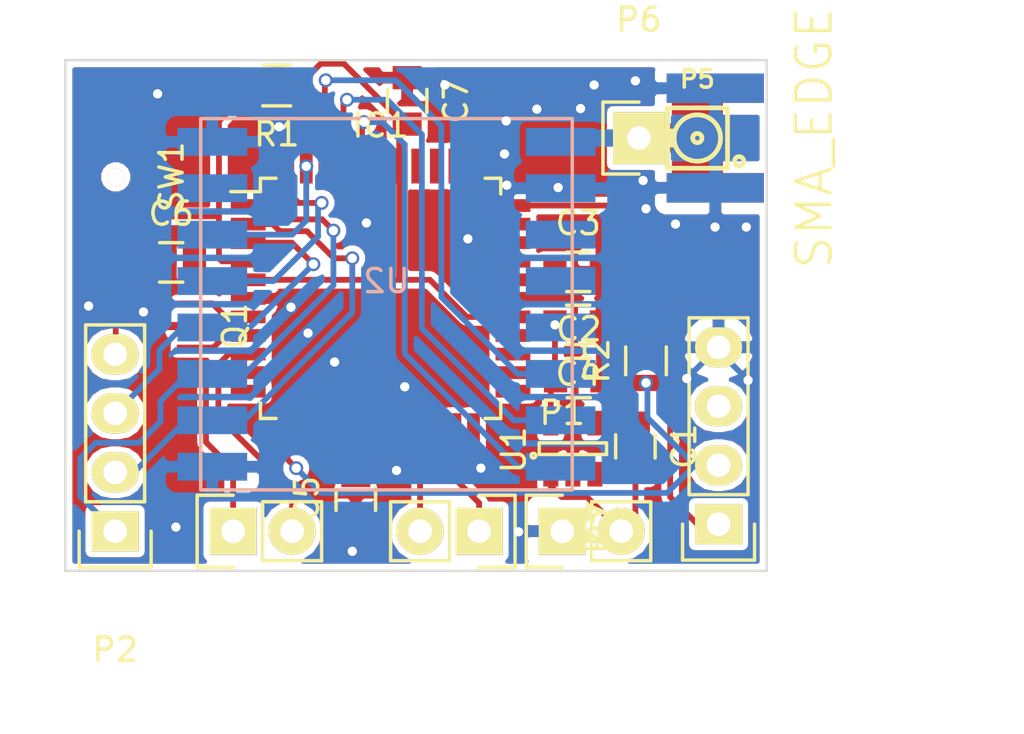
<source format=kicad_pcb>
(kicad_pcb (version 4) (host pcbnew 4.0.4+e1-6308~48~ubuntu16.04.1-stable)

  (general
    (links 65)
    (no_connects 1)
    (area 141.949999 53.949999 185.774801 76.050001)
    (thickness 1.6)
    (drawings 6)
    (tracks 278)
    (zones 0)
    (modules 22)
    (nets 46)
  )

  (page A4)
  (layers
    (0 F.Cu signal)
    (31 B.Cu signal)
    (32 B.Adhes user)
    (33 F.Adhes user)
    (34 B.Paste user)
    (35 F.Paste user)
    (36 B.SilkS user)
    (37 F.SilkS user)
    (38 B.Mask user)
    (39 F.Mask user)
    (40 Dwgs.User user)
    (41 Cmts.User user)
    (42 Eco1.User user)
    (43 Eco2.User user)
    (44 Edge.Cuts user)
    (45 Margin user)
    (46 B.CrtYd user)
    (47 F.CrtYd user)
    (48 B.Fab user)
    (49 F.Fab user)
  )

  (setup
    (last_trace_width 0.25)
    (user_trace_width 0.2)
    (user_trace_width 0.25)
    (user_trace_width 0.5)
    (user_trace_width 0.75)
    (user_trace_width 1)
    (trace_clearance 0.2)
    (zone_clearance 0.254)
    (zone_45_only no)
    (trace_min 0.2)
    (segment_width 0.2)
    (edge_width 0.1)
    (via_size 0.6)
    (via_drill 0.4)
    (via_min_size 0.4)
    (via_min_drill 0.3)
    (uvia_size 0.3)
    (uvia_drill 0.1)
    (uvias_allowed no)
    (uvia_min_size 0.2)
    (uvia_min_drill 0.1)
    (pcb_text_width 0.3)
    (pcb_text_size 1.5 1.5)
    (mod_edge_width 0.15)
    (mod_text_size 1 1)
    (mod_text_width 0.15)
    (pad_size 1.5 1.5)
    (pad_drill 0.6)
    (pad_to_mask_clearance 0)
    (aux_axis_origin 0 0)
    (visible_elements FFFCFF7F)
    (pcbplotparams
      (layerselection 0x00030_80000001)
      (usegerberextensions false)
      (excludeedgelayer true)
      (linewidth 0.200000)
      (plotframeref false)
      (viasonmask false)
      (mode 1)
      (useauxorigin false)
      (hpglpennumber 1)
      (hpglpenspeed 20)
      (hpglpendiameter 15)
      (hpglpenoverlay 2)
      (psnegative false)
      (psa4output false)
      (plotreference true)
      (plotvalue true)
      (plotinvisibletext false)
      (padsonsilk false)
      (subtractmaskfromsilk false)
      (outputformat 1)
      (mirror false)
      (drillshape 1)
      (scaleselection 1)
      (outputdirectory ""))
  )

  (net 0 "")
  (net 1 GND)
  (net 2 "Net-(C1-Pad2)")
  (net 3 VCC)
  (net 4 "Net-(C3-Pad1)")
  (net 5 /MOSI)
  (net 6 /MISO)
  (net 7 /SCK)
  (net 8 /RESET)
  (net 9 "Net-(IC1-Pad7)")
  (net 10 "Net-(IC1-Pad8)")
  (net 11 /UART_RX)
  (net 12 /UART_TX)
  (net 13 "Net-(IC1-Pad11)")
  (net 14 "Net-(IC1-Pad13)")
  (net 15 "Net-(IC1-Pad14)")
  (net 16 "Net-(IC1-Pad15)")
  (net 17 "Net-(IC1-Pad16)")
  (net 18 /i2c_scl)
  (net 19 /i2c_sda)
  (net 20 "Net-(IC1-Pad21)")
  (net 21 "Net-(IC1-Pad22)")
  (net 22 "Net-(IC1-Pad23)")
  (net 23 "Net-(IC1-Pad24)")
  (net 24 "Net-(IC1-Pad25)")
  (net 25 "Net-(IC1-Pad26)")
  (net 26 "Net-(IC1-Pad30)")
  (net 27 "Net-(IC1-Pad31)")
  (net 28 "Net-(IC1-Pad32)")
  (net 29 "Net-(IC1-Pad34)")
  (net 30 "Net-(IC1-Pad35)")
  (net 31 "Net-(IC1-Pad36)")
  (net 32 "Net-(IC1-Pad37)")
  (net 33 /RFM_DIO2)
  (net 34 /RFM_DIO1)
  (net 35 /RFM_DIO0)
  (net 36 /RFM_RESET)
  (net 37 /RFM_SS)
  (net 38 "Net-(U1-Pad4)")
  (net 39 "Net-(U2-Pad7)")
  (net 40 "Net-(U2-Pad11)")
  (net 41 "Net-(U2-Pad12)")
  (net 42 "Net-(P5-Pad1)")
  (net 43 /DHT22_data)
  (net 44 "Net-(P7-Pad3)")
  (net 45 /DHT22_vcc)

  (net_class Default "This is the default net class."
    (clearance 0.2)
    (trace_width 0.25)
    (via_dia 0.6)
    (via_drill 0.4)
    (uvia_dia 0.3)
    (uvia_drill 0.1)
    (add_net /DHT22_data)
    (add_net /DHT22_vcc)
    (add_net /MISO)
    (add_net /MOSI)
    (add_net /RESET)
    (add_net /RFM_DIO0)
    (add_net /RFM_DIO1)
    (add_net /RFM_DIO2)
    (add_net /RFM_RESET)
    (add_net /RFM_SS)
    (add_net /SCK)
    (add_net /UART_RX)
    (add_net /UART_TX)
    (add_net /i2c_scl)
    (add_net /i2c_sda)
    (add_net GND)
    (add_net "Net-(C1-Pad2)")
    (add_net "Net-(C3-Pad1)")
    (add_net "Net-(IC1-Pad11)")
    (add_net "Net-(IC1-Pad13)")
    (add_net "Net-(IC1-Pad14)")
    (add_net "Net-(IC1-Pad15)")
    (add_net "Net-(IC1-Pad16)")
    (add_net "Net-(IC1-Pad21)")
    (add_net "Net-(IC1-Pad22)")
    (add_net "Net-(IC1-Pad23)")
    (add_net "Net-(IC1-Pad24)")
    (add_net "Net-(IC1-Pad25)")
    (add_net "Net-(IC1-Pad26)")
    (add_net "Net-(IC1-Pad30)")
    (add_net "Net-(IC1-Pad31)")
    (add_net "Net-(IC1-Pad32)")
    (add_net "Net-(IC1-Pad34)")
    (add_net "Net-(IC1-Pad35)")
    (add_net "Net-(IC1-Pad36)")
    (add_net "Net-(IC1-Pad37)")
    (add_net "Net-(IC1-Pad7)")
    (add_net "Net-(IC1-Pad8)")
    (add_net "Net-(P5-Pad1)")
    (add_net "Net-(P7-Pad3)")
    (add_net "Net-(U1-Pad4)")
    (add_net "Net-(U2-Pad11)")
    (add_net "Net-(U2-Pad12)")
    (add_net "Net-(U2-Pad7)")
    (add_net VCC)
  )

  (module Capacitors_SMD:C_0805 (layer F.Cu) (tedit 5415D6EA) (tstamp 57E90D87)
    (at 166.5478 70.6374 270)
    (descr "Capacitor SMD 0805, reflow soldering, AVX (see smccp.pdf)")
    (tags "capacitor 0805")
    (path /57E93AA5)
    (attr smd)
    (fp_text reference C1 (at 0 -2.1 270) (layer F.SilkS)
      (effects (font (size 1 1) (thickness 0.15)))
    )
    (fp_text value 10uF (at 0 2.1 270) (layer F.Fab)
      (effects (font (size 1 1) (thickness 0.15)))
    )
    (fp_line (start -1.8 -1) (end 1.8 -1) (layer F.CrtYd) (width 0.05))
    (fp_line (start -1.8 1) (end 1.8 1) (layer F.CrtYd) (width 0.05))
    (fp_line (start -1.8 -1) (end -1.8 1) (layer F.CrtYd) (width 0.05))
    (fp_line (start 1.8 -1) (end 1.8 1) (layer F.CrtYd) (width 0.05))
    (fp_line (start 0.5 -0.85) (end -0.5 -0.85) (layer F.SilkS) (width 0.15))
    (fp_line (start -0.5 0.85) (end 0.5 0.85) (layer F.SilkS) (width 0.15))
    (pad 1 smd rect (at -1 0 270) (size 1 1.25) (layers F.Cu F.Paste F.Mask)
      (net 1 GND))
    (pad 2 smd rect (at 1 0 270) (size 1 1.25) (layers F.Cu F.Paste F.Mask)
      (net 2 "Net-(C1-Pad2)"))
    (model Capacitors_SMD.3dshapes/C_0805.wrl
      (at (xyz 0 0 0))
      (scale (xyz 1 1 1))
      (rotate (xyz 0 0 0))
    )
  )

  (module Capacitors_SMD:C_0805 (layer F.Cu) (tedit 5415D6EA) (tstamp 57E90D8D)
    (at 164.1094 67.691)
    (descr "Capacitor SMD 0805, reflow soldering, AVX (see smccp.pdf)")
    (tags "capacitor 0805")
    (path /57E3EF3D)
    (attr smd)
    (fp_text reference C2 (at 0 -2.1) (layer F.SilkS)
      (effects (font (size 1 1) (thickness 0.15)))
    )
    (fp_text value 10uF (at 0 2.1) (layer F.Fab)
      (effects (font (size 1 1) (thickness 0.15)))
    )
    (fp_line (start -1.8 -1) (end 1.8 -1) (layer F.CrtYd) (width 0.05))
    (fp_line (start -1.8 1) (end 1.8 1) (layer F.CrtYd) (width 0.05))
    (fp_line (start -1.8 -1) (end -1.8 1) (layer F.CrtYd) (width 0.05))
    (fp_line (start 1.8 -1) (end 1.8 1) (layer F.CrtYd) (width 0.05))
    (fp_line (start 0.5 -0.85) (end -0.5 -0.85) (layer F.SilkS) (width 0.15))
    (fp_line (start -0.5 0.85) (end 0.5 0.85) (layer F.SilkS) (width 0.15))
    (pad 1 smd rect (at -1 0) (size 1 1.25) (layers F.Cu F.Paste F.Mask)
      (net 3 VCC))
    (pad 2 smd rect (at 1 0) (size 1 1.25) (layers F.Cu F.Paste F.Mask)
      (net 1 GND))
    (model Capacitors_SMD.3dshapes/C_0805.wrl
      (at (xyz 0 0 0))
      (scale (xyz 1 1 1))
      (rotate (xyz 0 0 0))
    )
  )

  (module Capacitors_SMD:C_0805 (layer F.Cu) (tedit 5415D6EA) (tstamp 57E90D93)
    (at 164.084 63.119)
    (descr "Capacitor SMD 0805, reflow soldering, AVX (see smccp.pdf)")
    (tags "capacitor 0805")
    (path /57E3EA42)
    (attr smd)
    (fp_text reference C3 (at 0 -2.1) (layer F.SilkS)
      (effects (font (size 1 1) (thickness 0.15)))
    )
    (fp_text value 100nF (at 0 2.1) (layer F.Fab)
      (effects (font (size 1 1) (thickness 0.15)))
    )
    (fp_line (start -1.8 -1) (end 1.8 -1) (layer F.CrtYd) (width 0.05))
    (fp_line (start -1.8 1) (end 1.8 1) (layer F.CrtYd) (width 0.05))
    (fp_line (start -1.8 -1) (end -1.8 1) (layer F.CrtYd) (width 0.05))
    (fp_line (start 1.8 -1) (end 1.8 1) (layer F.CrtYd) (width 0.05))
    (fp_line (start 0.5 -0.85) (end -0.5 -0.85) (layer F.SilkS) (width 0.15))
    (fp_line (start -0.5 0.85) (end 0.5 0.85) (layer F.SilkS) (width 0.15))
    (pad 1 smd rect (at -1 0) (size 1 1.25) (layers F.Cu F.Paste F.Mask)
      (net 4 "Net-(C3-Pad1)"))
    (pad 2 smd rect (at 1 0) (size 1 1.25) (layers F.Cu F.Paste F.Mask)
      (net 1 GND))
    (model Capacitors_SMD.3dshapes/C_0805.wrl
      (at (xyz 0 0 0))
      (scale (xyz 1 1 1))
      (rotate (xyz 0 0 0))
    )
  )

  (module Capacitors_SMD:C_0805 (layer F.Cu) (tedit 5415D6EA) (tstamp 57E90D99)
    (at 164.084 65.405 180)
    (descr "Capacitor SMD 0805, reflow soldering, AVX (see smccp.pdf)")
    (tags "capacitor 0805")
    (path /57E96B6E)
    (attr smd)
    (fp_text reference C4 (at 0 -2.1 180) (layer F.SilkS)
      (effects (font (size 1 1) (thickness 0.15)))
    )
    (fp_text value 100nF (at 0 2.1 180) (layer F.Fab)
      (effects (font (size 1 1) (thickness 0.15)))
    )
    (fp_line (start -1.8 -1) (end 1.8 -1) (layer F.CrtYd) (width 0.05))
    (fp_line (start -1.8 1) (end 1.8 1) (layer F.CrtYd) (width 0.05))
    (fp_line (start -1.8 -1) (end -1.8 1) (layer F.CrtYd) (width 0.05))
    (fp_line (start 1.8 -1) (end 1.8 1) (layer F.CrtYd) (width 0.05))
    (fp_line (start 0.5 -0.85) (end -0.5 -0.85) (layer F.SilkS) (width 0.15))
    (fp_line (start -0.5 0.85) (end 0.5 0.85) (layer F.SilkS) (width 0.15))
    (pad 1 smd rect (at -1 0 180) (size 1 1.25) (layers F.Cu F.Paste F.Mask)
      (net 1 GND))
    (pad 2 smd rect (at 1 0 180) (size 1 1.25) (layers F.Cu F.Paste F.Mask)
      (net 3 VCC))
    (model Capacitors_SMD.3dshapes/C_0805.wrl
      (at (xyz 0 0 0))
      (scale (xyz 1 1 1))
      (rotate (xyz 0 0 0))
    )
  )

  (module Capacitors_SMD:C_0805 (layer F.Cu) (tedit 5415D6EA) (tstamp 57E90D9F)
    (at 154.5082 72.898 90)
    (descr "Capacitor SMD 0805, reflow soldering, AVX (see smccp.pdf)")
    (tags "capacitor 0805")
    (path /57E96B1B)
    (attr smd)
    (fp_text reference C5 (at 0 -2.1 90) (layer F.SilkS)
      (effects (font (size 1 1) (thickness 0.15)))
    )
    (fp_text value 100nF (at 0 2.1 90) (layer F.Fab)
      (effects (font (size 1 1) (thickness 0.15)))
    )
    (fp_line (start -1.8 -1) (end 1.8 -1) (layer F.CrtYd) (width 0.05))
    (fp_line (start -1.8 1) (end 1.8 1) (layer F.CrtYd) (width 0.05))
    (fp_line (start -1.8 -1) (end -1.8 1) (layer F.CrtYd) (width 0.05))
    (fp_line (start 1.8 -1) (end 1.8 1) (layer F.CrtYd) (width 0.05))
    (fp_line (start 0.5 -0.85) (end -0.5 -0.85) (layer F.SilkS) (width 0.15))
    (fp_line (start -0.5 0.85) (end 0.5 0.85) (layer F.SilkS) (width 0.15))
    (pad 1 smd rect (at -1 0 90) (size 1 1.25) (layers F.Cu F.Paste F.Mask)
      (net 1 GND))
    (pad 2 smd rect (at 1 0 90) (size 1 1.25) (layers F.Cu F.Paste F.Mask)
      (net 3 VCC))
    (model Capacitors_SMD.3dshapes/C_0805.wrl
      (at (xyz 0 0 0))
      (scale (xyz 1 1 1))
      (rotate (xyz 0 0 0))
    )
  )

  (module Housings_QFP:TQFP-44_10x10mm_Pitch0.8mm (layer F.Cu) (tedit 54130A77) (tstamp 57E90DCF)
    (at 155.575 64.262)
    (descr "44-Lead Plastic Thin Quad Flatpack (PT) - 10x10x1.0 mm Body [TQFP] (see Microchip Packaging Specification 00000049BS.pdf)")
    (tags "QFP 0.8")
    (path /57E3E46C)
    (attr smd)
    (fp_text reference IC1 (at 0 -7.45) (layer F.SilkS)
      (effects (font (size 1 1) (thickness 0.15)))
    )
    (fp_text value ATMEGA1284P-A (at 0 7.45) (layer F.Fab)
      (effects (font (size 1 1) (thickness 0.15)))
    )
    (fp_text user %R (at 0 0) (layer F.Fab)
      (effects (font (size 1 1) (thickness 0.15)))
    )
    (fp_line (start -4 -5) (end 5 -5) (layer F.Fab) (width 0.15))
    (fp_line (start 5 -5) (end 5 5) (layer F.Fab) (width 0.15))
    (fp_line (start 5 5) (end -5 5) (layer F.Fab) (width 0.15))
    (fp_line (start -5 5) (end -5 -4) (layer F.Fab) (width 0.15))
    (fp_line (start -5 -4) (end -4 -5) (layer F.Fab) (width 0.15))
    (fp_line (start -6.7 -6.7) (end -6.7 6.7) (layer F.CrtYd) (width 0.05))
    (fp_line (start 6.7 -6.7) (end 6.7 6.7) (layer F.CrtYd) (width 0.05))
    (fp_line (start -6.7 -6.7) (end 6.7 -6.7) (layer F.CrtYd) (width 0.05))
    (fp_line (start -6.7 6.7) (end 6.7 6.7) (layer F.CrtYd) (width 0.05))
    (fp_line (start -5.175 -5.175) (end -5.175 -4.6) (layer F.SilkS) (width 0.15))
    (fp_line (start 5.175 -5.175) (end 5.175 -4.5) (layer F.SilkS) (width 0.15))
    (fp_line (start 5.175 5.175) (end 5.175 4.5) (layer F.SilkS) (width 0.15))
    (fp_line (start -5.175 5.175) (end -5.175 4.5) (layer F.SilkS) (width 0.15))
    (fp_line (start -5.175 -5.175) (end -4.5 -5.175) (layer F.SilkS) (width 0.15))
    (fp_line (start -5.175 5.175) (end -4.5 5.175) (layer F.SilkS) (width 0.15))
    (fp_line (start 5.175 5.175) (end 4.5 5.175) (layer F.SilkS) (width 0.15))
    (fp_line (start 5.175 -5.175) (end 4.5 -5.175) (layer F.SilkS) (width 0.15))
    (fp_line (start -5.175 -4.6) (end -6.45 -4.6) (layer F.SilkS) (width 0.15))
    (pad 1 smd rect (at -5.7 -4) (size 1.5 0.55) (layers F.Cu F.Paste F.Mask)
      (net 5 /MOSI))
    (pad 2 smd rect (at -5.7 -3.2) (size 1.5 0.55) (layers F.Cu F.Paste F.Mask)
      (net 6 /MISO))
    (pad 3 smd rect (at -5.7 -2.4) (size 1.5 0.55) (layers F.Cu F.Paste F.Mask)
      (net 7 /SCK))
    (pad 4 smd rect (at -5.7 -1.6) (size 1.5 0.55) (layers F.Cu F.Paste F.Mask)
      (net 8 /RESET))
    (pad 5 smd rect (at -5.7 -0.8) (size 1.5 0.55) (layers F.Cu F.Paste F.Mask)
      (net 3 VCC))
    (pad 6 smd rect (at -5.7 0) (size 1.5 0.55) (layers F.Cu F.Paste F.Mask)
      (net 1 GND))
    (pad 7 smd rect (at -5.7 0.8) (size 1.5 0.55) (layers F.Cu F.Paste F.Mask)
      (net 9 "Net-(IC1-Pad7)"))
    (pad 8 smd rect (at -5.7 1.6) (size 1.5 0.55) (layers F.Cu F.Paste F.Mask)
      (net 10 "Net-(IC1-Pad8)"))
    (pad 9 smd rect (at -5.7 2.4) (size 1.5 0.55) (layers F.Cu F.Paste F.Mask)
      (net 11 /UART_RX))
    (pad 10 smd rect (at -5.7 3.2) (size 1.5 0.55) (layers F.Cu F.Paste F.Mask)
      (net 12 /UART_TX))
    (pad 11 smd rect (at -5.7 4) (size 1.5 0.55) (layers F.Cu F.Paste F.Mask)
      (net 13 "Net-(IC1-Pad11)"))
    (pad 12 smd rect (at -4 5.7 90) (size 1.5 0.55) (layers F.Cu F.Paste F.Mask)
      (net 43 /DHT22_data))
    (pad 13 smd rect (at -3.2 5.7 90) (size 1.5 0.55) (layers F.Cu F.Paste F.Mask)
      (net 14 "Net-(IC1-Pad13)"))
    (pad 14 smd rect (at -2.4 5.7 90) (size 1.5 0.55) (layers F.Cu F.Paste F.Mask)
      (net 15 "Net-(IC1-Pad14)"))
    (pad 15 smd rect (at -1.6 5.7 90) (size 1.5 0.55) (layers F.Cu F.Paste F.Mask)
      (net 16 "Net-(IC1-Pad15)"))
    (pad 16 smd rect (at -0.8 5.7 90) (size 1.5 0.55) (layers F.Cu F.Paste F.Mask)
      (net 17 "Net-(IC1-Pad16)"))
    (pad 17 smd rect (at 0 5.7 90) (size 1.5 0.55) (layers F.Cu F.Paste F.Mask)
      (net 3 VCC))
    (pad 18 smd rect (at 0.8 5.7 90) (size 1.5 0.55) (layers F.Cu F.Paste F.Mask)
      (net 1 GND))
    (pad 19 smd rect (at 1.6 5.7 90) (size 1.5 0.55) (layers F.Cu F.Paste F.Mask)
      (net 18 /i2c_scl))
    (pad 20 smd rect (at 2.4 5.7 90) (size 1.5 0.55) (layers F.Cu F.Paste F.Mask)
      (net 19 /i2c_sda))
    (pad 21 smd rect (at 3.2 5.7 90) (size 1.5 0.55) (layers F.Cu F.Paste F.Mask)
      (net 20 "Net-(IC1-Pad21)"))
    (pad 22 smd rect (at 4 5.7 90) (size 1.5 0.55) (layers F.Cu F.Paste F.Mask)
      (net 21 "Net-(IC1-Pad22)"))
    (pad 23 smd rect (at 5.7 4) (size 1.5 0.55) (layers F.Cu F.Paste F.Mask)
      (net 22 "Net-(IC1-Pad23)"))
    (pad 24 smd rect (at 5.7 3.2) (size 1.5 0.55) (layers F.Cu F.Paste F.Mask)
      (net 23 "Net-(IC1-Pad24)"))
    (pad 25 smd rect (at 5.7 2.4) (size 1.5 0.55) (layers F.Cu F.Paste F.Mask)
      (net 24 "Net-(IC1-Pad25)"))
    (pad 26 smd rect (at 5.7 1.6) (size 1.5 0.55) (layers F.Cu F.Paste F.Mask)
      (net 25 "Net-(IC1-Pad26)"))
    (pad 27 smd rect (at 5.7 0.8) (size 1.5 0.55) (layers F.Cu F.Paste F.Mask)
      (net 3 VCC))
    (pad 28 smd rect (at 5.7 0) (size 1.5 0.55) (layers F.Cu F.Paste F.Mask)
      (net 1 GND))
    (pad 29 smd rect (at 5.7 -0.8) (size 1.5 0.55) (layers F.Cu F.Paste F.Mask)
      (net 4 "Net-(C3-Pad1)"))
    (pad 30 smd rect (at 5.7 -1.6) (size 1.5 0.55) (layers F.Cu F.Paste F.Mask)
      (net 26 "Net-(IC1-Pad30)"))
    (pad 31 smd rect (at 5.7 -2.4) (size 1.5 0.55) (layers F.Cu F.Paste F.Mask)
      (net 27 "Net-(IC1-Pad31)"))
    (pad 32 smd rect (at 5.7 -3.2) (size 1.5 0.55) (layers F.Cu F.Paste F.Mask)
      (net 28 "Net-(IC1-Pad32)"))
    (pad 33 smd rect (at 5.7 -4) (size 1.5 0.55) (layers F.Cu F.Paste F.Mask)
      (net 45 /DHT22_vcc))
    (pad 34 smd rect (at 4 -5.7 90) (size 1.5 0.55) (layers F.Cu F.Paste F.Mask)
      (net 29 "Net-(IC1-Pad34)"))
    (pad 35 smd rect (at 3.2 -5.7 90) (size 1.5 0.55) (layers F.Cu F.Paste F.Mask)
      (net 30 "Net-(IC1-Pad35)"))
    (pad 36 smd rect (at 2.4 -5.7 90) (size 1.5 0.55) (layers F.Cu F.Paste F.Mask)
      (net 31 "Net-(IC1-Pad36)"))
    (pad 37 smd rect (at 1.6 -5.7 90) (size 1.5 0.55) (layers F.Cu F.Paste F.Mask)
      (net 32 "Net-(IC1-Pad37)"))
    (pad 38 smd rect (at 0.8 -5.7 90) (size 1.5 0.55) (layers F.Cu F.Paste F.Mask)
      (net 3 VCC))
    (pad 39 smd rect (at 0 -5.7 90) (size 1.5 0.55) (layers F.Cu F.Paste F.Mask)
      (net 1 GND))
    (pad 40 smd rect (at -0.8 -5.7 90) (size 1.5 0.55) (layers F.Cu F.Paste F.Mask)
      (net 33 /RFM_DIO2))
    (pad 41 smd rect (at -1.6 -5.7 90) (size 1.5 0.55) (layers F.Cu F.Paste F.Mask)
      (net 34 /RFM_DIO1))
    (pad 42 smd rect (at -2.4 -5.7 90) (size 1.5 0.55) (layers F.Cu F.Paste F.Mask)
      (net 35 /RFM_DIO0))
    (pad 43 smd rect (at -3.2 -5.7 90) (size 1.5 0.55) (layers F.Cu F.Paste F.Mask)
      (net 36 /RFM_RESET))
    (pad 44 smd rect (at -4 -5.7 90) (size 1.5 0.55) (layers F.Cu F.Paste F.Mask)
      (net 37 /RFM_SS))
    (model Housings_QFP.3dshapes/TQFP-44_10x10mm_Pitch0.8mm.wrl
      (at (xyz 0 0 0))
      (scale (xyz 1 1 1))
      (rotate (xyz 0 0 0))
    )
  )

  (module Socket_Strips:Socket_Strip_Straight_1x02 (layer F.Cu) (tedit 54E9F75E) (tstamp 57E90DD5)
    (at 163.3982 74.295)
    (descr "Through hole socket strip")
    (tags "socket strip")
    (path /57E3FBEF)
    (fp_text reference P1 (at 0 -5.1) (layer F.SilkS)
      (effects (font (size 1 1) (thickness 0.15)))
    )
    (fp_text value Battery (at 0 -3.1) (layer F.Fab)
      (effects (font (size 1 1) (thickness 0.15)))
    )
    (fp_line (start -1.55 1.55) (end 0 1.55) (layer F.SilkS) (width 0.15))
    (fp_line (start 3.81 1.27) (end 1.27 1.27) (layer F.SilkS) (width 0.15))
    (fp_line (start -1.75 -1.75) (end -1.75 1.75) (layer F.CrtYd) (width 0.05))
    (fp_line (start 4.3 -1.75) (end 4.3 1.75) (layer F.CrtYd) (width 0.05))
    (fp_line (start -1.75 -1.75) (end 4.3 -1.75) (layer F.CrtYd) (width 0.05))
    (fp_line (start -1.75 1.75) (end 4.3 1.75) (layer F.CrtYd) (width 0.05))
    (fp_line (start 1.27 1.27) (end 1.27 -1.27) (layer F.SilkS) (width 0.15))
    (fp_line (start 0 -1.55) (end -1.55 -1.55) (layer F.SilkS) (width 0.15))
    (fp_line (start -1.55 -1.55) (end -1.55 1.55) (layer F.SilkS) (width 0.15))
    (fp_line (start 1.27 -1.27) (end 3.81 -1.27) (layer F.SilkS) (width 0.15))
    (fp_line (start 3.81 -1.27) (end 3.81 1.27) (layer F.SilkS) (width 0.15))
    (pad 1 thru_hole rect (at 0 0) (size 2.032 2.032) (drill 1.016) (layers *.Cu *.Mask F.SilkS)
      (net 1 GND))
    (pad 2 thru_hole oval (at 2.54 0) (size 2.032 2.032) (drill 1.016) (layers *.Cu *.Mask F.SilkS)
      (net 2 "Net-(C1-Pad2)"))
    (model Socket_Strips.3dshapes/Socket_Strip_Straight_1x02.wrl
      (at (xyz 0.05 0 0))
      (scale (xyz 1 1 1))
      (rotate (xyz 0 0 180))
    )
  )

  (module Resistors_SMD:R_0805 (layer F.Cu) (tedit 5415CDEB) (tstamp 57E90E07)
    (at 151.1046 55.0926 180)
    (descr "Resistor SMD 0805, reflow soldering, Vishay (see dcrcw.pdf)")
    (tags "resistor 0805")
    (path /57E3EBCC)
    (attr smd)
    (fp_text reference R1 (at 0 -2.1 180) (layer F.SilkS)
      (effects (font (size 1 1) (thickness 0.15)))
    )
    (fp_text value 10k (at 0 2.1 180) (layer F.Fab)
      (effects (font (size 1 1) (thickness 0.15)))
    )
    (fp_line (start -1.6 -1) (end 1.6 -1) (layer F.CrtYd) (width 0.05))
    (fp_line (start -1.6 1) (end 1.6 1) (layer F.CrtYd) (width 0.05))
    (fp_line (start -1.6 -1) (end -1.6 1) (layer F.CrtYd) (width 0.05))
    (fp_line (start 1.6 -1) (end 1.6 1) (layer F.CrtYd) (width 0.05))
    (fp_line (start 0.6 0.875) (end -0.6 0.875) (layer F.SilkS) (width 0.15))
    (fp_line (start -0.6 -0.875) (end 0.6 -0.875) (layer F.SilkS) (width 0.15))
    (pad 1 smd rect (at -0.95 0 180) (size 0.7 1.3) (layers F.Cu F.Paste F.Mask)
      (net 3 VCC))
    (pad 2 smd rect (at 0.95 0 180) (size 0.7 1.3) (layers F.Cu F.Paste F.Mask)
      (net 8 /RESET))
    (model Resistors_SMD.3dshapes/R_0805.wrl
      (at (xyz 0 0 0))
      (scale (xyz 1 1 1))
      (rotate (xyz 0 0 0))
    )
  )

  (module others:SMA_EDGE (layer F.Cu) (tedit 54067F78) (tstamp 57E90E10)
    (at 167.894 57.3532 270)
    (path /57E42A40)
    (fp_text reference SMA_E1 (at 0 -6.35 270) (layer F.SilkS) hide
      (effects (font (size 1.5 1.5) (thickness 0.15)))
    )
    (fp_text value SMA_EDGE (at 0 -6.35 450) (layer F.SilkS)
      (effects (font (size 1.5 1.5) (thickness 0.15)))
    )
    (pad 2 smd rect (at -2.1463 -2.0955 270) (size 1.27 4.191) (layers F.Cu F.Paste F.Mask)
      (net 1 GND))
    (pad 2 smd rect (at 2.1463 -2.0955 270) (size 1.27 4.191) (layers F.Cu F.Paste F.Mask)
      (net 1 GND))
    (pad 1 smd rect (at 0 -1.8415 270) (size 1.27 3.683) (layers F.Cu F.Paste F.Mask)
      (net 42 "Net-(P5-Pad1)"))
    (pad 2 smd rect (at -2.1463 -2.0955 270) (size 1.27 4.191) (layers B.Cu F.Paste F.Mask)
      (net 1 GND))
    (pad 2 smd rect (at 2.1463 -2.0955 270) (size 1.27 4.191) (layers B.Cu F.Paste F.Mask)
      (net 1 GND))
  )

  (module TO_SOT_Packages_SMD:SOT-23-5 (layer F.Cu) (tedit 55360473) (tstamp 57E90E21)
    (at 163.8554 70.739 90)
    (descr "5-pin SOT23 package")
    (tags SOT-23-5)
    (path /57E41AE3)
    (attr smd)
    (fp_text reference U1 (at -0.05 -2.55 90) (layer F.SilkS)
      (effects (font (size 1 1) (thickness 0.15)))
    )
    (fp_text value LP2985LV (at -0.05 2.35 90) (layer F.Fab)
      (effects (font (size 1 1) (thickness 0.15)))
    )
    (fp_line (start -1.8 -1.6) (end 1.8 -1.6) (layer F.CrtYd) (width 0.05))
    (fp_line (start 1.8 -1.6) (end 1.8 1.6) (layer F.CrtYd) (width 0.05))
    (fp_line (start 1.8 1.6) (end -1.8 1.6) (layer F.CrtYd) (width 0.05))
    (fp_line (start -1.8 1.6) (end -1.8 -1.6) (layer F.CrtYd) (width 0.05))
    (fp_circle (center -0.3 -1.7) (end -0.2 -1.7) (layer F.SilkS) (width 0.15))
    (fp_line (start 0.25 -1.45) (end -0.25 -1.45) (layer F.SilkS) (width 0.15))
    (fp_line (start 0.25 1.45) (end 0.25 -1.45) (layer F.SilkS) (width 0.15))
    (fp_line (start -0.25 1.45) (end 0.25 1.45) (layer F.SilkS) (width 0.15))
    (fp_line (start -0.25 -1.45) (end -0.25 1.45) (layer F.SilkS) (width 0.15))
    (pad 1 smd rect (at -1.1 -0.95 90) (size 1.06 0.65) (layers F.Cu F.Paste F.Mask)
      (net 2 "Net-(C1-Pad2)"))
    (pad 2 smd rect (at -1.1 0 90) (size 1.06 0.65) (layers F.Cu F.Paste F.Mask)
      (net 1 GND))
    (pad 3 smd rect (at -1.1 0.95 90) (size 1.06 0.65) (layers F.Cu F.Paste F.Mask)
      (net 2 "Net-(C1-Pad2)"))
    (pad 4 smd rect (at 1.1 0.95 90) (size 1.06 0.65) (layers F.Cu F.Paste F.Mask)
      (net 38 "Net-(U1-Pad4)"))
    (pad 5 smd rect (at 1.1 -0.95 90) (size 1.06 0.65) (layers F.Cu F.Paste F.Mask)
      (net 3 VCC))
    (model TO_SOT_Packages_SMD.3dshapes/SOT-23-5.wrl
      (at (xyz 0 0 0))
      (scale (xyz 1 1 1))
      (rotate (xyz 0 0 0))
    )
  )

  (module drawn_by_jpmeijers:RFM95 (layer B.Cu) (tedit 575ACF57) (tstamp 57E90E35)
    (at 155.829 64.516)
    (path /57E407C1)
    (fp_text reference U2 (at 0 -1) (layer B.SilkS)
      (effects (font (size 1 1) (thickness 0.15)) (justify mirror))
    )
    (fp_text value RFM95 (at 0 0.5) (layer B.Fab)
      (effects (font (size 1 1) (thickness 0.15)) (justify mirror))
    )
    (fp_line (start 8 8) (end -8 8) (layer B.SilkS) (width 0.15))
    (fp_line (start -8 8) (end -8 -8) (layer B.SilkS) (width 0.15))
    (fp_line (start -8 -8) (end 8 -8) (layer B.SilkS) (width 0.15))
    (fp_line (start 8 -8) (end 8 8) (layer B.SilkS) (width 0.15))
    (pad 1 smd rect (at -7.5 7) (size 3 1.2) (layers B.Cu B.Paste B.Mask)
      (net 1 GND))
    (pad 2 smd rect (at -7.5 5) (size 3 1.2) (layers B.Cu B.Paste B.Mask)
      (net 6 /MISO))
    (pad 3 smd rect (at -7.5 3) (size 3 1.2) (layers B.Cu B.Paste B.Mask)
      (net 5 /MOSI))
    (pad 4 smd rect (at -7.5 1) (size 3 1.2) (layers B.Cu B.Paste B.Mask)
      (net 7 /SCK))
    (pad 5 smd rect (at -7.5 -1) (size 3 1.2) (layers B.Cu B.Paste B.Mask)
      (net 37 /RFM_SS))
    (pad 6 smd rect (at -7.5 -3) (size 3 1.2) (layers B.Cu B.Paste B.Mask)
      (net 36 /RFM_RESET))
    (pad 7 smd rect (at -7.5 -5) (size 3 1.2) (layers B.Cu B.Paste B.Mask)
      (net 39 "Net-(U2-Pad7)"))
    (pad 8 smd rect (at -7.5 -7) (size 3 1.2) (layers B.Cu B.Paste B.Mask)
      (net 1 GND))
    (pad 9 smd rect (at 7.5 -7) (size 3 1.2) (layers B.Cu B.Paste B.Mask)
      (net 42 "Net-(P5-Pad1)"))
    (pad 10 smd rect (at 7.5 -5) (size 3 1.2) (layers B.Cu B.Paste B.Mask)
      (net 1 GND))
    (pad 11 smd rect (at 7.5 -3) (size 3 1.2) (layers B.Cu B.Paste B.Mask)
      (net 40 "Net-(U2-Pad11)"))
    (pad 12 smd rect (at 7.5 -1) (size 3 1.2) (layers B.Cu B.Paste B.Mask)
      (net 41 "Net-(U2-Pad12)"))
    (pad 13 smd rect (at 7.5 1) (size 3 1.2) (layers B.Cu B.Paste B.Mask)
      (net 3 VCC))
    (pad 14 smd rect (at 7.5 3) (size 3 1.2) (layers B.Cu B.Paste B.Mask)
      (net 35 /RFM_DIO0))
    (pad 15 smd rect (at 7.5 5) (size 3 1.2) (layers B.Cu B.Paste B.Mask)
      (net 34 /RFM_DIO1))
    (pad 16 smd rect (at 7.5 7) (size 3 1.2) (layers B.Cu B.Paste B.Mask)
      (net 33 /RFM_DIO2))
  )

  (module Pin_Headers:Pin_Header_Straight_1x02 (layer F.Cu) (tedit 54EA090C) (tstamp 57E90F19)
    (at 149.225 74.295 90)
    (descr "Through hole pin header")
    (tags "pin header")
    (path /57E94784)
    (fp_text reference P4 (at 0 -5.1 90) (layer F.SilkS)
      (effects (font (size 1 1) (thickness 0.15)))
    )
    (fp_text value UART (at 0 -3.1 90) (layer F.Fab)
      (effects (font (size 1 1) (thickness 0.15)))
    )
    (fp_line (start 1.27 1.27) (end 1.27 3.81) (layer F.SilkS) (width 0.15))
    (fp_line (start 1.55 -1.55) (end 1.55 0) (layer F.SilkS) (width 0.15))
    (fp_line (start -1.75 -1.75) (end -1.75 4.3) (layer F.CrtYd) (width 0.05))
    (fp_line (start 1.75 -1.75) (end 1.75 4.3) (layer F.CrtYd) (width 0.05))
    (fp_line (start -1.75 -1.75) (end 1.75 -1.75) (layer F.CrtYd) (width 0.05))
    (fp_line (start -1.75 4.3) (end 1.75 4.3) (layer F.CrtYd) (width 0.05))
    (fp_line (start 1.27 1.27) (end -1.27 1.27) (layer F.SilkS) (width 0.15))
    (fp_line (start -1.55 0) (end -1.55 -1.55) (layer F.SilkS) (width 0.15))
    (fp_line (start -1.55 -1.55) (end 1.55 -1.55) (layer F.SilkS) (width 0.15))
    (fp_line (start -1.27 1.27) (end -1.27 3.81) (layer F.SilkS) (width 0.15))
    (fp_line (start -1.27 3.81) (end 1.27 3.81) (layer F.SilkS) (width 0.15))
    (pad 1 thru_hole rect (at 0 0 90) (size 2.032 2.032) (drill 1.016) (layers *.Cu *.Mask F.SilkS)
      (net 11 /UART_RX))
    (pad 2 thru_hole oval (at 0 2.54 90) (size 2.032 2.032) (drill 1.016) (layers *.Cu *.Mask F.SilkS)
      (net 12 /UART_TX))
    (model Pin_Headers.3dshapes/Pin_Header_Straight_1x02.wrl
      (at (xyz 0 -0.05 0))
      (scale (xyz 1 1 1))
      (rotate (xyz 0 0 90))
    )
  )

  (module Capacitors_SMD:C_0805 (layer F.Cu) (tedit 5415D6EA) (tstamp 57E911CD)
    (at 146.558 62.7126)
    (descr "Capacitor SMD 0805, reflow soldering, AVX (see smccp.pdf)")
    (tags "capacitor 0805")
    (path /57E3EF76)
    (attr smd)
    (fp_text reference C6 (at 0 -2.1) (layer F.SilkS)
      (effects (font (size 1 1) (thickness 0.15)))
    )
    (fp_text value 100nF (at 0 2.1) (layer F.Fab)
      (effects (font (size 1 1) (thickness 0.15)))
    )
    (fp_line (start -1.8 -1) (end 1.8 -1) (layer F.CrtYd) (width 0.05))
    (fp_line (start -1.8 1) (end 1.8 1) (layer F.CrtYd) (width 0.05))
    (fp_line (start -1.8 -1) (end -1.8 1) (layer F.CrtYd) (width 0.05))
    (fp_line (start 1.8 -1) (end 1.8 1) (layer F.CrtYd) (width 0.05))
    (fp_line (start 0.5 -0.85) (end -0.5 -0.85) (layer F.SilkS) (width 0.15))
    (fp_line (start -0.5 0.85) (end 0.5 0.85) (layer F.SilkS) (width 0.15))
    (pad 1 smd rect (at -1 0) (size 1 1.25) (layers F.Cu F.Paste F.Mask)
      (net 1 GND))
    (pad 2 smd rect (at 1 0) (size 1 1.25) (layers F.Cu F.Paste F.Mask)
      (net 3 VCC))
    (model Capacitors_SMD.3dshapes/C_0805.wrl
      (at (xyz 0 0 0))
      (scale (xyz 1 1 1))
      (rotate (xyz 0 0 0))
    )
  )

  (module Capacitors_SMD:C_0805 (layer F.Cu) (tedit 5415D6EA) (tstamp 57E911D3)
    (at 156.718 55.753 270)
    (descr "Capacitor SMD 0805, reflow soldering, AVX (see smccp.pdf)")
    (tags "capacitor 0805")
    (path /57E3EEFC)
    (attr smd)
    (fp_text reference C7 (at 0 -2.1 270) (layer F.SilkS)
      (effects (font (size 1 1) (thickness 0.15)))
    )
    (fp_text value 100nF (at 0 2.1 270) (layer F.Fab)
      (effects (font (size 1 1) (thickness 0.15)))
    )
    (fp_line (start -1.8 -1) (end 1.8 -1) (layer F.CrtYd) (width 0.05))
    (fp_line (start -1.8 1) (end 1.8 1) (layer F.CrtYd) (width 0.05))
    (fp_line (start -1.8 -1) (end -1.8 1) (layer F.CrtYd) (width 0.05))
    (fp_line (start 1.8 -1) (end 1.8 1) (layer F.CrtYd) (width 0.05))
    (fp_line (start 0.5 -0.85) (end -0.5 -0.85) (layer F.SilkS) (width 0.15))
    (fp_line (start -0.5 0.85) (end 0.5 0.85) (layer F.SilkS) (width 0.15))
    (pad 1 smd rect (at -1 0 270) (size 1 1.25) (layers F.Cu F.Paste F.Mask)
      (net 1 GND))
    (pad 2 smd rect (at 1 0 270) (size 1 1.25) (layers F.Cu F.Paste F.Mask)
      (net 3 VCC))
    (model Capacitors_SMD.3dshapes/C_0805.wrl
      (at (xyz 0 0 0))
      (scale (xyz 1 1 1))
      (rotate (xyz 0 0 0))
    )
  )

  (module Pin_Headers:Pin_Header_Straight_1x04 (layer F.Cu) (tedit 0) (tstamp 57E911DB)
    (at 144.145 74.295 180)
    (descr "Through hole pin header")
    (tags "pin header")
    (path /57E947F1)
    (fp_text reference P2 (at 0 -5.1 180) (layer F.SilkS)
      (effects (font (size 1 1) (thickness 0.15)))
    )
    (fp_text value CONN_01X04 (at 0 -3.1 180) (layer F.Fab)
      (effects (font (size 1 1) (thickness 0.15)))
    )
    (fp_line (start -1.75 -1.75) (end -1.75 9.4) (layer F.CrtYd) (width 0.05))
    (fp_line (start 1.75 -1.75) (end 1.75 9.4) (layer F.CrtYd) (width 0.05))
    (fp_line (start -1.75 -1.75) (end 1.75 -1.75) (layer F.CrtYd) (width 0.05))
    (fp_line (start -1.75 9.4) (end 1.75 9.4) (layer F.CrtYd) (width 0.05))
    (fp_line (start -1.27 1.27) (end -1.27 8.89) (layer F.SilkS) (width 0.15))
    (fp_line (start 1.27 1.27) (end 1.27 8.89) (layer F.SilkS) (width 0.15))
    (fp_line (start 1.55 -1.55) (end 1.55 0) (layer F.SilkS) (width 0.15))
    (fp_line (start -1.27 8.89) (end 1.27 8.89) (layer F.SilkS) (width 0.15))
    (fp_line (start 1.27 1.27) (end -1.27 1.27) (layer F.SilkS) (width 0.15))
    (fp_line (start -1.55 0) (end -1.55 -1.55) (layer F.SilkS) (width 0.15))
    (fp_line (start -1.55 -1.55) (end 1.55 -1.55) (layer F.SilkS) (width 0.15))
    (pad 1 thru_hole rect (at 0 0 180) (size 2.032 1.7272) (drill 1.016) (layers *.Cu *.Mask F.SilkS)
      (net 5 /MOSI))
    (pad 2 thru_hole oval (at 0 2.54 180) (size 2.032 1.7272) (drill 1.016) (layers *.Cu *.Mask F.SilkS)
      (net 6 /MISO))
    (pad 3 thru_hole oval (at 0 5.08 180) (size 2.032 1.7272) (drill 1.016) (layers *.Cu *.Mask F.SilkS)
      (net 7 /SCK))
    (pad 4 thru_hole oval (at 0 7.62 180) (size 2.032 1.7272) (drill 1.016) (layers *.Cu *.Mask F.SilkS)
      (net 8 /RESET))
    (model Pin_Headers.3dshapes/Pin_Header_Straight_1x04.wrl
      (at (xyz 0 -0.15 0))
      (scale (xyz 1 1 1))
      (rotate (xyz 0 0 90))
    )
  )

  (module Pin_Headers:Pin_Header_Straight_1x02 (layer F.Cu) (tedit 54EA090C) (tstamp 57E911DC)
    (at 159.8168 74.295 270)
    (descr "Through hole pin header")
    (tags "pin header")
    (path /57E9486A)
    (fp_text reference P3 (at 0 -5.1 270) (layer F.SilkS)
      (effects (font (size 1 1) (thickness 0.15)))
    )
    (fp_text value CONN_01X02 (at 0 -3.1 270) (layer F.Fab)
      (effects (font (size 1 1) (thickness 0.15)))
    )
    (fp_line (start 1.27 1.27) (end 1.27 3.81) (layer F.SilkS) (width 0.15))
    (fp_line (start 1.55 -1.55) (end 1.55 0) (layer F.SilkS) (width 0.15))
    (fp_line (start -1.75 -1.75) (end -1.75 4.3) (layer F.CrtYd) (width 0.05))
    (fp_line (start 1.75 -1.75) (end 1.75 4.3) (layer F.CrtYd) (width 0.05))
    (fp_line (start -1.75 -1.75) (end 1.75 -1.75) (layer F.CrtYd) (width 0.05))
    (fp_line (start -1.75 4.3) (end 1.75 4.3) (layer F.CrtYd) (width 0.05))
    (fp_line (start 1.27 1.27) (end -1.27 1.27) (layer F.SilkS) (width 0.15))
    (fp_line (start -1.55 0) (end -1.55 -1.55) (layer F.SilkS) (width 0.15))
    (fp_line (start -1.55 -1.55) (end 1.55 -1.55) (layer F.SilkS) (width 0.15))
    (fp_line (start -1.27 1.27) (end -1.27 3.81) (layer F.SilkS) (width 0.15))
    (fp_line (start -1.27 3.81) (end 1.27 3.81) (layer F.SilkS) (width 0.15))
    (pad 1 thru_hole rect (at 0 0 270) (size 2.032 2.032) (drill 1.016) (layers *.Cu *.Mask F.SilkS)
      (net 19 /i2c_sda))
    (pad 2 thru_hole oval (at 0 2.54 270) (size 2.032 2.032) (drill 1.016) (layers *.Cu *.Mask F.SilkS)
      (net 18 /i2c_scl))
    (model Pin_Headers.3dshapes/Pin_Header_Straight_1x02.wrl
      (at (xyz 0 -0.05 0))
      (scale (xyz 1 1 1))
      (rotate (xyz 0 0 90))
    )
  )

  (module others:U.FL-COAX (layer F.Cu) (tedit 0) (tstamp 57E911E1)
    (at 169.2148 57.3532 180)
    (path /57E42B48)
    (attr smd)
    (fp_text reference P5 (at 0 2.54 180) (layer F.SilkS)
      (effects (font (size 0.762 0.762) (thickness 0.1524)))
    )
    (fp_text value U.FL (at 0 0 180) (layer F.SilkS) hide
      (effects (font (size 0.762 0.762) (thickness 0.1524)))
    )
    (fp_line (start 1.1 0.3) (end 1.1 -0.3) (layer F.SilkS) (width 0.2032))
    (fp_line (start 1.5 0.3) (end 1 0.3) (layer F.SilkS) (width 0.2032))
    (fp_line (start 1.5 0.3) (end 1.5 -0.3) (layer F.SilkS) (width 0.2032))
    (fp_line (start 1.5 -0.3) (end 1 -0.3) (layer F.SilkS) (width 0.2032))
    (fp_circle (center 0 0) (end 0.2 0) (layer F.SilkS) (width 0.2032))
    (fp_circle (center 0 0) (end 1 0) (layer F.SilkS) (width 0.2032))
    (fp_circle (center -1.8 -1) (end -1.6 -1) (layer F.SilkS) (width 0.2032))
    (fp_line (start -1.3 -1.3) (end -1.3 1.3) (layer F.SilkS) (width 0.2032))
    (fp_line (start -1.3 1.3) (end 1.3 1.3) (layer F.SilkS) (width 0.2032))
    (fp_line (start 1.3 1.3) (end 1.3 -1.3) (layer F.SilkS) (width 0.2032))
    (fp_line (start 1.3 -1.3) (end -1.3 -1.3) (layer F.SilkS) (width 0.2032))
    (pad 1 smd rect (at -1.5 0 180) (size 1 1) (layers F.Cu F.Paste F.Mask)
      (net 42 "Net-(P5-Pad1)"))
    (pad 2 smd rect (at 0 -1.5 180) (size 2.2 1) (layers F.Cu F.Paste F.Mask)
      (net 1 GND))
    (pad 3 smd rect (at 0 1.5 180) (size 2.2 1) (layers F.Cu F.Paste F.Mask))
  )

  (module Socket_Strips:Socket_Strip_Straight_1x01 (layer F.Cu) (tedit 54E9F79C) (tstamp 57E911E7)
    (at 166.7002 57.3532)
    (descr "Through hole socket strip")
    (tags "socket strip")
    (path /57E42976)
    (fp_text reference P6 (at 0 -5.1) (layer F.SilkS)
      (effects (font (size 1 1) (thickness 0.15)))
    )
    (fp_text value Antenna (at 0 -3.1) (layer F.Fab)
      (effects (font (size 1 1) (thickness 0.15)))
    )
    (fp_line (start -1.75 -1.75) (end -1.75 1.75) (layer F.CrtYd) (width 0.05))
    (fp_line (start 1.75 -1.75) (end 1.75 1.75) (layer F.CrtYd) (width 0.05))
    (fp_line (start -1.75 -1.75) (end 1.75 -1.75) (layer F.CrtYd) (width 0.05))
    (fp_line (start -1.75 1.75) (end 1.75 1.75) (layer F.CrtYd) (width 0.05))
    (fp_line (start 1.27 1.27) (end 1.27 -1.27) (layer F.SilkS) (width 0.15))
    (fp_line (start -1.55 -1.55) (end 0 -1.55) (layer F.SilkS) (width 0.15))
    (fp_line (start -1.55 -1.55) (end -1.55 1.55) (layer F.SilkS) (width 0.15))
    (fp_line (start -1.55 1.55) (end 0 1.55) (layer F.SilkS) (width 0.15))
    (pad 1 thru_hole rect (at 0 0) (size 2.2352 2.2352) (drill 1.016) (layers *.Cu *.Mask F.SilkS)
      (net 42 "Net-(P5-Pad1)"))
    (model Socket_Strips.3dshapes/Socket_Strip_Straight_1x01.wrl
      (at (xyz 0 0 0))
      (scale (xyz 1 1 1))
      (rotate (xyz 0 0 180))
    )
  )

  (module drawn_by_jpmeijers:RESONATOR_CSTCE16M0V53-R0 (layer F.Cu) (tedit 57E915BD) (tstamp 57E90E01)
    (at 147.5994 65.4558 270)
    (path /57E3E96A)
    (fp_text reference Q1 (at 0 -1.7 270) (layer F.SilkS)
      (effects (font (size 1 1) (thickness 0.15)))
    )
    (fp_text value RESONATOR (at 0 1.9 270) (layer F.Fab)
      (effects (font (size 1 1) (thickness 0.15)))
    )
    (fp_line (start -1.6 -0.7) (end 1.6 -0.7) (layer F.CrtYd) (width 0.15))
    (fp_line (start 1.6 -0.7) (end 1.6 0.7) (layer F.CrtYd) (width 0.15))
    (fp_line (start 1.6 0.7) (end -1.6 0.7) (layer F.CrtYd) (width 0.15))
    (fp_line (start -1.6 0.7) (end -1.6 -0.7) (layer F.CrtYd) (width 0.15))
    (pad 2 smd rect (at 0 0 270) (size 0.3 1.6) (layers F.Cu F.Paste F.Mask)
      (net 1 GND))
    (pad 1 smd rect (at -0.95 0 270) (size 0.3 1.6) (layers F.Cu F.Paste F.Mask)
      (net 9 "Net-(IC1-Pad7)"))
    (pad 3 smd rect (at 0.95 0 270) (size 0.3 1.6) (layers F.Cu F.Paste F.Mask)
      (net 10 "Net-(IC1-Pad8)"))
  )

  (module "drawn_by_jpmeijers:B3U-1000P(M)-B" (layer F.Cu) (tedit 57E91CBC) (tstamp 57E91D7E)
    (at 144.1704 59.0296 270)
    (path /57E3EB79)
    (fp_text reference SW1 (at 0 -2.4 270) (layer F.SilkS)
      (effects (font (size 1 1) (thickness 0.15)))
    )
    (fp_text value RESET (at 0 -3.9 270) (layer F.Fab)
      (effects (font (size 1 1) (thickness 0.15)))
    )
    (fp_line (start -2 -1.25) (end 2 -1.25) (layer F.CrtYd) (width 0.15))
    (fp_line (start 2 -1.25) (end 2 1.25) (layer F.CrtYd) (width 0.15))
    (fp_line (start 2 1.25) (end -2 1.25) (layer F.CrtYd) (width 0.15))
    (fp_line (start -2 1.25) (end -2 -1.25) (layer F.CrtYd) (width 0.15))
    (pad 1 smd rect (at -1.7 0 270) (size 0.8 1.7) (layers F.Cu F.Paste F.Mask)
      (net 1 GND))
    (pad 2 smd rect (at 1.7 0 270) (size 0.8 1.7) (layers F.Cu F.Paste F.Mask)
      (net 8 /RESET))
    (pad "" thru_hole circle (at 0 0 270) (size 0.75 0.75) (drill 0.75) (layers *.Cu *.Paste *.SilkS *.Mask Dwgs.User))
  )

  (module Socket_Strips:Socket_Strip_Straight_1x04 (layer F.Cu) (tedit 0) (tstamp 57E92730)
    (at 170.1292 73.9902 90)
    (descr "Through hole socket strip")
    (tags "socket strip")
    (path /57E97D89)
    (fp_text reference P7 (at 0 -5.1 90) (layer F.SilkS)
      (effects (font (size 1 1) (thickness 0.15)))
    )
    (fp_text value DHT22 (at 0 -3.1 90) (layer F.Fab)
      (effects (font (size 1 1) (thickness 0.15)))
    )
    (fp_line (start -1.75 -1.75) (end -1.75 1.75) (layer F.CrtYd) (width 0.05))
    (fp_line (start 9.4 -1.75) (end 9.4 1.75) (layer F.CrtYd) (width 0.05))
    (fp_line (start -1.75 -1.75) (end 9.4 -1.75) (layer F.CrtYd) (width 0.05))
    (fp_line (start -1.75 1.75) (end 9.4 1.75) (layer F.CrtYd) (width 0.05))
    (fp_line (start 1.27 -1.27) (end 8.89 -1.27) (layer F.SilkS) (width 0.15))
    (fp_line (start 1.27 1.27) (end 8.89 1.27) (layer F.SilkS) (width 0.15))
    (fp_line (start -1.55 1.55) (end 0 1.55) (layer F.SilkS) (width 0.15))
    (fp_line (start 8.89 -1.27) (end 8.89 1.27) (layer F.SilkS) (width 0.15))
    (fp_line (start 1.27 1.27) (end 1.27 -1.27) (layer F.SilkS) (width 0.15))
    (fp_line (start 0 -1.55) (end -1.55 -1.55) (layer F.SilkS) (width 0.15))
    (fp_line (start -1.55 -1.55) (end -1.55 1.55) (layer F.SilkS) (width 0.15))
    (pad 1 thru_hole rect (at 0 0 90) (size 1.7272 2.032) (drill 1.016) (layers *.Cu *.Mask F.SilkS)
      (net 45 /DHT22_vcc))
    (pad 2 thru_hole oval (at 2.54 0 90) (size 1.7272 2.032) (drill 1.016) (layers *.Cu *.Mask F.SilkS)
      (net 43 /DHT22_data))
    (pad 3 thru_hole oval (at 5.08 0 90) (size 1.7272 2.032) (drill 1.016) (layers *.Cu *.Mask F.SilkS)
      (net 44 "Net-(P7-Pad3)"))
    (pad 4 thru_hole oval (at 7.62 0 90) (size 1.7272 2.032) (drill 1.016) (layers *.Cu *.Mask F.SilkS)
      (net 1 GND))
    (model Socket_Strips.3dshapes/Socket_Strip_Straight_1x04.wrl
      (at (xyz 0.15 0 0))
      (scale (xyz 1 1 1))
      (rotate (xyz 0 0 180))
    )
  )

  (module Resistors_SMD:R_0805 (layer F.Cu) (tedit 5415CDEB) (tstamp 57E92AA6)
    (at 167.005 66.9544 90)
    (descr "Resistor SMD 0805, reflow soldering, Vishay (see dcrcw.pdf)")
    (tags "resistor 0805")
    (path /57E98F18)
    (attr smd)
    (fp_text reference R2 (at 0 -2.1 90) (layer F.SilkS)
      (effects (font (size 1 1) (thickness 0.15)))
    )
    (fp_text value 10k (at 0 2.1 90) (layer F.Fab)
      (effects (font (size 1 1) (thickness 0.15)))
    )
    (fp_line (start -1.6 -1) (end 1.6 -1) (layer F.CrtYd) (width 0.05))
    (fp_line (start -1.6 1) (end 1.6 1) (layer F.CrtYd) (width 0.05))
    (fp_line (start -1.6 -1) (end -1.6 1) (layer F.CrtYd) (width 0.05))
    (fp_line (start 1.6 -1) (end 1.6 1) (layer F.CrtYd) (width 0.05))
    (fp_line (start 0.6 0.875) (end -0.6 0.875) (layer F.SilkS) (width 0.15))
    (fp_line (start -0.6 -0.875) (end 0.6 -0.875) (layer F.SilkS) (width 0.15))
    (pad 1 smd rect (at -0.95 0 90) (size 0.7 1.3) (layers F.Cu F.Paste F.Mask)
      (net 43 /DHT22_data))
    (pad 2 smd rect (at 0.95 0 90) (size 0.7 1.3) (layers F.Cu F.Paste F.Mask)
      (net 45 /DHT22_vcc))
    (model Resistors_SMD.3dshapes/R_0805.wrl
      (at (xyz 0 0 0))
      (scale (xyz 1 1 1))
      (rotate (xyz 0 0 0))
    )
  )

  (dimension 30.175211 (width 0.3) (layer Dwgs.User)
    (gr_text "30,175 mm" (at 157.092582 83.633059 359.9517712) (layer Dwgs.User)
      (effects (font (size 1.5 1.5) (thickness 0.3)))
    )
    (feature1 (pts (xy 172.1866 76.0222) (xy 172.179046 84.995759)))
    (feature2 (pts (xy 142.0114 75.9968) (xy 142.003846 84.970359)))
    (crossbar (pts (xy 142.006119 82.27036) (xy 172.181319 82.29576)))
    (arrow1a (pts (xy 172.181319 82.29576) (xy 171.054322 82.881232)))
    (arrow1b (pts (xy 172.181319 82.29576) (xy 171.055309 81.708391)))
    (arrow2a (pts (xy 142.006119 82.27036) (xy 143.132129 82.857729)))
    (arrow2b (pts (xy 142.006119 82.27036) (xy 143.133116 81.684888)))
  )
  (dimension 21.9964 (width 0.3) (layer Dwgs.User)
    (gr_text "21,996 mm" (at 180.5978 64.9986 270) (layer Dwgs.User)
      (effects (font (size 1.5 1.5) (thickness 0.3)))
    )
    (feature1 (pts (xy 172.212 75.9968) (xy 181.9478 75.9968)))
    (feature2 (pts (xy 172.212 54.0004) (xy 181.9478 54.0004)))
    (crossbar (pts (xy 179.2478 54.0004) (xy 179.2478 75.9968)))
    (arrow1a (pts (xy 179.2478 75.9968) (xy 178.661379 74.870296)))
    (arrow1b (pts (xy 179.2478 75.9968) (xy 179.834221 74.870296)))
    (arrow2a (pts (xy 179.2478 54.0004) (xy 178.661379 55.126904)))
    (arrow2b (pts (xy 179.2478 54.0004) (xy 179.834221 55.126904)))
  )
  (gr_line (start 142 54) (end 142 76) (angle 90) (layer Edge.Cuts) (width 0.1) (tstamp 57E91ED2))
  (gr_line (start 172.2 54) (end 172.2 76) (angle 90) (layer Edge.Cuts) (width 0.1))
  (gr_line (start 142 76) (end 172.2 76) (angle 90) (layer Edge.Cuts) (width 0.1) (tstamp 57E91E9F))
  (gr_line (start 142 54) (end 172.2 54) (angle 90) (layer Edge.Cuts) (width 0.1))

  (segment (start 169.9768 61.1886) (end 168.402 61.1886) (width 0.25) (layer B.Cu) (net 1))
  (segment (start 165.354 59.4868) (end 163.2204 59.4868) (width 0.25) (layer F.Cu) (net 1) (tstamp 57E93046))
  (segment (start 165.6588 59.182) (end 165.354 59.4868) (width 0.25) (layer F.Cu) (net 1) (tstamp 57E93045))
  (segment (start 166.878 59.182) (end 165.6588 59.182) (width 0.25) (layer F.Cu) (net 1) (tstamp 57E93044))
  (via (at 166.878 59.182) (size 0.6) (drill 0.4) (layers F.Cu B.Cu) (net 1))
  (segment (start 166.878 60.2742) (end 166.878 59.182) (width 0.25) (layer B.Cu) (net 1) (tstamp 57E93042))
  (segment (start 167.005 60.4012) (end 166.878 60.2742) (width 0.25) (layer B.Cu) (net 1) (tstamp 57E93041))
  (via (at 167.005 60.4012) (size 0.6) (drill 0.4) (layers F.Cu B.Cu) (net 1))
  (segment (start 167.64 61.0362) (end 167.005 60.4012) (width 0.25) (layer F.Cu) (net 1) (tstamp 57E9303F))
  (segment (start 168.2496 61.0362) (end 167.64 61.0362) (width 0.25) (layer F.Cu) (net 1) (tstamp 57E9303E))
  (segment (start 168.275 61.0616) (end 168.2496 61.0362) (width 0.25) (layer F.Cu) (net 1) (tstamp 57E9303D))
  (via (at 168.275 61.0616) (size 0.6) (drill 0.4) (layers F.Cu B.Cu) (net 1))
  (segment (start 168.402 61.1886) (end 168.275 61.0616) (width 0.25) (layer B.Cu) (net 1) (tstamp 57E9303B))
  (segment (start 164.1856 56.0832) (end 162.3314 56.0832) (width 0.25) (layer F.Cu) (net 1))
  (segment (start 162.3314 56.0832) (end 162.306 56.1086) (width 0.25) (layer F.Cu) (net 1) (tstamp 57E93016))
  (via (at 162.306 56.1086) (size 0.6) (drill 0.4) (layers F.Cu B.Cu) (net 1))
  (segment (start 162.306 56.1086) (end 162.2806 56.134) (width 0.25) (layer B.Cu) (net 1) (tstamp 57E9301C))
  (segment (start 162.2806 56.134) (end 161.4678 56.134) (width 0.25) (layer B.Cu) (net 1) (tstamp 57E9301D))
  (segment (start 161.4678 56.134) (end 160.9852 56.6166) (width 0.25) (layer B.Cu) (net 1) (tstamp 57E9301E))
  (via (at 160.9852 56.6166) (size 0.6) (drill 0.4) (layers F.Cu B.Cu) (net 1))
  (segment (start 160.9852 56.6166) (end 160.909 56.6928) (width 0.25) (layer F.Cu) (net 1) (tstamp 57E93020))
  (segment (start 160.909 56.6928) (end 160.909 58.039) (width 0.25) (layer F.Cu) (net 1) (tstamp 57E93021))
  (via (at 160.909 58.039) (size 0.6) (drill 0.4) (layers F.Cu B.Cu) (net 1))
  (segment (start 160.909 58.039) (end 161.0106 58.1406) (width 0.25) (layer B.Cu) (net 1) (tstamp 57E93023))
  (segment (start 161.0106 58.1406) (end 161.0106 59.3852) (width 0.25) (layer B.Cu) (net 1) (tstamp 57E93024))
  (via (at 161.0106 59.3852) (size 0.6) (drill 0.4) (layers F.Cu B.Cu) (net 1))
  (segment (start 161.0106 59.3852) (end 161.1122 59.4868) (width 0.25) (layer F.Cu) (net 1) (tstamp 57E93026))
  (segment (start 161.1122 59.4868) (end 163.2204 59.4868) (width 0.25) (layer F.Cu) (net 1) (tstamp 57E93027))
  (segment (start 163.2204 59.4868) (end 163.2496 59.516) (width 0.25) (layer B.Cu) (net 1) (tstamp 57E9302A) (status 800000))
  (via (at 163.2204 59.4868) (size 0.6) (drill 0.4) (layers F.Cu B.Cu) (net 1))
  (segment (start 163.2496 59.516) (end 163.329 59.516) (width 0.25) (layer B.Cu) (net 1) (tstamp 57E9302B) (status C00000))
  (segment (start 169.9895 55.2069) (end 166.8653 55.2069) (width 0.25) (layer B.Cu) (net 1) (status 400000))
  (segment (start 158.3436 55.0672) (end 158.2928 55.118) (width 0.25) (layer B.Cu) (net 1) (tstamp 57E92EB8))
  (via (at 158.3436 55.0672) (size 0.6) (drill 0.4) (layers F.Cu B.Cu) (net 1))
  (segment (start 163.1696 55.0672) (end 158.3436 55.0672) (width 0.25) (layer F.Cu) (net 1) (tstamp 57E92EB4))
  (segment (start 164.1856 56.0832) (end 163.1696 55.0672) (width 0.25) (layer F.Cu) (net 1) (tstamp 57E92EB3))
  (via (at 164.1856 56.0832) (size 0.6) (drill 0.4) (layers F.Cu B.Cu) (net 1))
  (segment (start 164.1856 55.6514) (end 164.1856 56.0832) (width 0.25) (layer B.Cu) (net 1) (tstamp 57E92EB0))
  (segment (start 164.7698 55.0672) (end 164.1856 55.6514) (width 0.25) (layer B.Cu) (net 1) (tstamp 57E92EAF))
  (via (at 164.7698 55.0672) (size 0.6) (drill 0.4) (layers F.Cu B.Cu) (net 1))
  (segment (start 166.37 55.0672) (end 164.7698 55.0672) (width 0.25) (layer F.Cu) (net 1) (tstamp 57E92EAD))
  (segment (start 166.5478 54.8894) (end 166.37 55.0672) (width 0.25) (layer F.Cu) (net 1) (tstamp 57E92EAC))
  (via (at 166.5478 54.8894) (size 0.6) (drill 0.4) (layers F.Cu B.Cu) (net 1))
  (segment (start 166.8653 55.2069) (end 166.5478 54.8894) (width 0.25) (layer B.Cu) (net 1) (tstamp 57E92EA9))
  (segment (start 169.9895 59.4995) (end 169.9895 61.1759) (width 0.25) (layer F.Cu) (net 1) (status 400000))
  (via (at 171.323 61.1886) (size 0.6) (drill 0.4) (layers F.Cu B.Cu) (net 1))
  (segment (start 169.9768 61.1886) (end 171.323 61.1886) (width 0.25) (layer B.Cu) (net 1) (tstamp 57E92E67))
  (via (at 169.9768 61.1886) (size 0.6) (drill 0.4) (layers F.Cu B.Cu) (net 1))
  (segment (start 169.9895 61.1759) (end 169.9768 61.1886) (width 0.25) (layer F.Cu) (net 1) (tstamp 57E92E5E))
  (segment (start 170.1292 66.3702) (end 170.1292 66.5226) (width 0.25) (layer B.Cu) (net 1) (status C00000))
  (segment (start 170.1292 66.5226) (end 171.3992 67.7926) (width 0.25) (layer B.Cu) (net 1) (tstamp 57E92E52) (status 400000))
  (via (at 171.3992 67.7926) (size 0.6) (drill 0.4) (layers F.Cu B.Cu) (net 1))
  (segment (start 170.1292 66.3702) (end 170.1038 66.3702) (width 0.25) (layer B.Cu) (net 1) (status C00000))
  (segment (start 170.1038 66.3702) (end 168.7576 67.7164) (width 0.25) (layer B.Cu) (net 1) (tstamp 57E92E4C) (status 400000))
  (via (at 168.7576 67.7164) (size 0.6) (drill 0.4) (layers F.Cu B.Cu) (net 1))
  (segment (start 159.893 71.5772) (end 159.9184 71.5772) (width 0.25) (layer F.Cu) (net 1))
  (via (at 159.893 71.5772) (size 0.6) (drill 0.4) (layers F.Cu B.Cu) (net 1))
  (via (at 161.5186 74.3204) (size 0.6) (drill 0.4) (layers F.Cu B.Cu) (net 1))
  (segment (start 161.5186 73.1774) (end 161.5186 74.3204) (width 0.25) (layer F.Cu) (net 1) (tstamp 57E92E28))
  (segment (start 159.9184 71.5772) (end 161.5186 73.1774) (width 0.25) (layer F.Cu) (net 1) (tstamp 57E92E26))
  (segment (start 154.5082 73.898) (end 154.5082 75.0062) (width 0.25) (layer F.Cu) (net 1) (status 400000))
  (via (at 154.3558 75.1586) (size 0.6) (drill 0.4) (layers F.Cu B.Cu) (net 1))
  (segment (start 154.5082 75.0062) (end 154.3558 75.1586) (width 0.25) (layer F.Cu) (net 1) (tstamp 57E92E12))
  (segment (start 156.2608 71.6788) (end 156.2608 72.1454) (width 0.25) (layer F.Cu) (net 1))
  (segment (start 156.3624 71.5772) (end 156.2608 71.6788) (width 0.25) (layer B.Cu) (net 1) (tstamp 57E92DF2))
  (via (at 156.2608 71.6788) (size 0.6) (drill 0.4) (layers F.Cu B.Cu) (net 1))
  (segment (start 156.6164 68.072) (end 156.6164 68.3006) (width 0.25) (layer B.Cu) (net 1))
  (segment (start 155.5496 67.0052) (end 156.6164 68.072) (width 0.25) (layer B.Cu) (net 1) (tstamp 57E92DE3))
  (via (at 156.6164 68.072) (size 0.6) (drill 0.4) (layers F.Cu B.Cu) (net 1))
  (segment (start 153.5938 67.0052) (end 155.5496 67.0052) (width 0.25) (layer B.Cu) (net 1))
  (segment (start 156.6164 68.3006) (end 159.893 71.5772) (width 0.25) (layer B.Cu) (net 1) (tstamp 57E92DEA))
  (segment (start 159.893 71.5772) (end 156.3624 71.5772) (width 0.25) (layer B.Cu) (net 1))
  (segment (start 156.2608 72.1454) (end 154.5082 73.898) (width 0.25) (layer F.Cu) (net 1) (tstamp 57E92E07) (status 800000))
  (segment (start 145.3642 64.8462) (end 143.256 64.8462) (width 0.25) (layer B.Cu) (net 1))
  (segment (start 145.558 64.6524) (end 145.3642 64.8462) (width 0.25) (layer F.Cu) (net 1) (tstamp 57E92DCE))
  (via (at 145.3642 64.8462) (size 0.6) (drill 0.4) (layers F.Cu B.Cu) (net 1))
  (segment (start 145.558 62.7126) (end 145.558 64.6524) (width 0.25) (layer F.Cu) (net 1) (status 400000))
  (via (at 143.002 64.5922) (size 0.6) (drill 0.4) (layers F.Cu B.Cu) (net 1))
  (segment (start 143.256 64.8462) (end 143.002 64.5922) (width 0.25) (layer B.Cu) (net 1) (tstamp 57E92DD5))
  (segment (start 148.329 71.516) (end 146.162 71.516) (width 0.25) (layer B.Cu) (net 1) (status 400000))
  (via (at 146.7612 74.1172) (size 0.6) (drill 0.4) (layers F.Cu B.Cu) (net 1))
  (segment (start 146.1008 73.4568) (end 146.7612 74.1172) (width 0.25) (layer B.Cu) (net 1) (tstamp 57E92DC7))
  (segment (start 146.1008 71.5772) (end 146.1008 73.4568) (width 0.25) (layer B.Cu) (net 1) (tstamp 57E92DC6))
  (segment (start 146.162 71.516) (end 146.1008 71.5772) (width 0.25) (layer B.Cu) (net 1) (tstamp 57E92DC5))
  (segment (start 152.4508 65.7606) (end 152.4508 65.3796) (width 0.25) (layer F.Cu) (net 1))
  (segment (start 154.9654 62.0014) (end 155.2956 62.3316) (width 0.25) (layer B.Cu) (net 1) (tstamp 57E92D9C))
  (segment (start 155.2956 62.3316) (end 155.2956 65.3034) (width 0.25) (layer B.Cu) (net 1) (tstamp 57E92DA3))
  (segment (start 155.2956 65.3034) (end 153.5938 67.0052) (width 0.25) (layer B.Cu) (net 1) (tstamp 57E92DA4))
  (via (at 153.5938 67.0052) (size 0.6) (drill 0.4) (layers F.Cu B.Cu) (net 1))
  (segment (start 153.5938 67.0052) (end 152.4508 65.8622) (width 0.25) (layer F.Cu) (net 1) (tstamp 57E92DAC))
  (segment (start 152.4508 65.8622) (end 152.4508 65.7606) (width 0.25) (layer F.Cu) (net 1) (tstamp 57E92DAD))
  (via (at 152.4508 65.7606) (size 0.6) (drill 0.4) (layers F.Cu B.Cu) (net 1))
  (segment (start 155.575 58.562) (end 155.575 60.4012) (width 0.25) (layer F.Cu) (net 1) (status 400000))
  (via (at 154.9654 61.0108) (size 0.6) (drill 0.4) (layers F.Cu B.Cu) (net 1))
  (segment (start 155.575 60.4012) (end 154.9654 61.0108) (width 0.25) (layer F.Cu) (net 1) (tstamp 57E92D77))
  (segment (start 154.9654 61.0108) (end 154.9654 62.0014) (width 0.25) (layer B.Cu) (net 1))
  (via (at 151.7142 64.643) (size 0.6) (drill 0.4) (layers F.Cu B.Cu) (net 1))
  (segment (start 152.4508 65.3796) (end 151.7142 64.643) (width 0.25) (layer F.Cu) (net 1) (tstamp 57E92DB3))
  (segment (start 161.275 64.262) (end 159.9692 64.262) (width 0.25) (layer F.Cu) (net 1) (status 400000))
  (via (at 159.3342 61.6966) (size 0.6) (drill 0.4) (layers F.Cu B.Cu) (net 1))
  (segment (start 159.3342 63.627) (end 159.3342 61.6966) (width 0.25) (layer F.Cu) (net 1) (tstamp 57E92D7E))
  (segment (start 159.9692 64.262) (end 159.3342 63.627) (width 0.25) (layer F.Cu) (net 1) (tstamp 57E92D7D))
  (segment (start 148.329 57.516) (end 146.1112 57.516) (width 0.25) (layer B.Cu) (net 1) (status 400000))
  (via (at 145.9738 55.4482) (size 0.6) (drill 0.4) (layers F.Cu B.Cu) (net 1))
  (segment (start 145.9738 57.3786) (end 145.9738 55.4482) (width 0.25) (layer B.Cu) (net 1) (tstamp 57E92D6B))
  (segment (start 146.1112 57.516) (end 145.9738 57.3786) (width 0.25) (layer B.Cu) (net 1) (tstamp 57E92D6A))
  (segment (start 148.329 57.516) (end 150.5608 57.516) (width 0.25) (layer B.Cu) (net 1) (status 400000))
  (via (at 151.2062 56.8706) (size 0.6) (drill 0.4) (layers F.Cu B.Cu) (net 1))
  (segment (start 150.5608 57.516) (end 151.2062 56.8706) (width 0.25) (layer B.Cu) (net 1) (tstamp 57E92D5F))
  (segment (start 162.9054 71.839) (end 162.9054 72.3544) (width 0.25) (layer F.Cu) (net 2))
  (segment (start 162.9054 72.3544) (end 163.3728 72.8218) (width 0.25) (layer F.Cu) (net 2) (tstamp 57E9289B))
  (segment (start 163.3728 72.8218) (end 164.465 72.8218) (width 0.25) (layer F.Cu) (net 2) (tstamp 57E928A6))
  (segment (start 164.465 72.8218) (end 165.9382 74.295) (width 0.25) (layer F.Cu) (net 2) (tstamp 57E928A7))
  (segment (start 166.5478 71.6374) (end 166.3462 71.839) (width 0.25) (layer F.Cu) (net 2))
  (segment (start 166.3462 71.839) (end 164.8054 71.839) (width 0.25) (layer F.Cu) (net 2) (tstamp 57E92898))
  (segment (start 165.9382 74.295) (end 166.5478 73.6854) (width 0.25) (layer F.Cu) (net 2))
  (segment (start 166.5478 73.6854) (end 166.5478 71.6374) (width 0.25) (layer F.Cu) (net 2) (tstamp 57E92894))
  (segment (start 154.5082 71.898) (end 155.575 70.8312) (width 0.25) (layer F.Cu) (net 3))
  (segment (start 155.575 70.8312) (end 155.575 69.962) (width 0.25) (layer F.Cu) (net 3) (tstamp 57E9288C))
  (segment (start 163.084 65.405) (end 163.084 67.6656) (width 0.25) (layer F.Cu) (net 3))
  (segment (start 163.084 67.6656) (end 162.9054 67.8442) (width 0.25) (layer F.Cu) (net 3) (tstamp 57E92887))
  (segment (start 162.9054 67.8442) (end 162.9054 69.639) (width 0.25) (layer F.Cu) (net 3) (tstamp 57E92889))
  (segment (start 156.718 56.753) (end 156.6004 56.753) (width 0.25) (layer F.Cu) (net 3))
  (segment (start 156.6004 56.753) (end 154.0002 54.1528) (width 0.25) (layer F.Cu) (net 3) (tstamp 57E91882))
  (segment (start 152.9944 54.1528) (end 152.0546 55.0926) (width 0.25) (layer F.Cu) (net 3) (tstamp 57E91884))
  (segment (start 154.0002 54.1528) (end 152.9944 54.1528) (width 0.25) (layer F.Cu) (net 3) (tstamp 57E91883))
  (via (at 163.084 65.405) (size 0.6) (drill 0.4) (layers F.Cu B.Cu) (net 3))
  (segment (start 163.084 65.405) (end 163.195 65.516) (width 0.25) (layer B.Cu) (net 3) (tstamp 57E91715))
  (segment (start 163.195 65.516) (end 163.329 65.516) (width 0.25) (layer B.Cu) (net 3) (tstamp 57E91716))
  (segment (start 156.375 58.562) (end 156.375 57.096) (width 0.25) (layer F.Cu) (net 3))
  (segment (start 156.375 57.096) (end 156.718 56.753) (width 0.25) (layer F.Cu) (net 3) (tstamp 57E9170C))
  (segment (start 156.375 58.562) (end 156.375 63.3858) (width 0.25) (layer F.Cu) (net 3))
  (segment (start 156.375 63.3858) (end 156.4512 63.462) (width 0.25) (layer F.Cu) (net 3) (tstamp 57E91704))
  (segment (start 155.575 69.962) (end 155.575 63.5) (width 0.25) (layer F.Cu) (net 3))
  (segment (start 155.575 63.5) (end 155.613 63.462) (width 0.25) (layer F.Cu) (net 3) (tstamp 57E916FF))
  (segment (start 161.275 65.062) (end 162.741 65.062) (width 0.25) (layer F.Cu) (net 3))
  (segment (start 162.741 65.062) (end 163.084 65.405) (width 0.25) (layer F.Cu) (net 3) (tstamp 57E916FC))
  (segment (start 149.875 63.462) (end 155.613 63.462) (width 0.25) (layer F.Cu) (net 3))
  (segment (start 155.613 63.462) (end 156.4512 63.462) (width 0.25) (layer F.Cu) (net 3) (tstamp 57E91702))
  (segment (start 156.4512 63.462) (end 157.696 63.462) (width 0.25) (layer F.Cu) (net 3) (tstamp 57E91707))
  (segment (start 159.296 65.062) (end 161.275 65.062) (width 0.25) (layer F.Cu) (net 3) (tstamp 57E916F8))
  (segment (start 157.696 63.462) (end 159.296 65.062) (width 0.25) (layer F.Cu) (net 3) (tstamp 57E916E6))
  (segment (start 149.875 63.462) (end 148.3074 63.462) (width 0.25) (layer F.Cu) (net 3))
  (segment (start 148.3074 63.462) (end 147.558 62.7126) (width 0.25) (layer F.Cu) (net 3) (tstamp 57E916E3))
  (segment (start 161.275 63.462) (end 162.741 63.462) (width 0.25) (layer F.Cu) (net 4))
  (segment (start 162.741 63.462) (end 163.084 63.119) (width 0.25) (layer F.Cu) (net 4) (tstamp 57E91725))
  (segment (start 148.329 67.516) (end 147.2664 67.516) (width 0.25) (layer B.Cu) (net 5))
  (segment (start 147.2664 67.516) (end 146.1008 68.6816) (width 0.25) (layer B.Cu) (net 5) (tstamp 57E91E41))
  (segment (start 142.6464 72.7964) (end 144.145 74.295) (width 0.25) (layer B.Cu) (net 5) (tstamp 57E91E51))
  (segment (start 142.6464 71.1454) (end 142.6464 72.7964) (width 0.25) (layer B.Cu) (net 5) (tstamp 57E91E4C))
  (segment (start 143.3068 70.485) (end 142.6464 71.1454) (width 0.25) (layer B.Cu) (net 5) (tstamp 57E91E4A))
  (segment (start 145.1864 70.485) (end 143.3068 70.485) (width 0.25) (layer B.Cu) (net 5) (tstamp 57E91E47))
  (segment (start 146.1008 69.5706) (end 145.1864 70.485) (width 0.25) (layer B.Cu) (net 5) (tstamp 57E91E46))
  (segment (start 146.1008 68.6816) (end 146.1008 69.5706) (width 0.25) (layer B.Cu) (net 5) (tstamp 57E91E44))
  (segment (start 148.329 67.516) (end 149.7302 67.516) (width 0.25) (layer B.Cu) (net 5))
  (segment (start 149.7302 67.516) (end 153.543 63.7032) (width 0.25) (layer B.Cu) (net 5) (tstamp 57E91694))
  (segment (start 153.543 63.7032) (end 153.543 61.341) (width 0.25) (layer B.Cu) (net 5) (tstamp 57E91697))
  (via (at 153.543 61.341) (size 0.6) (drill 0.4) (layers F.Cu B.Cu) (net 5))
  (segment (start 153.543 61.341) (end 153.0604 60.8584) (width 0.25) (layer F.Cu) (net 5) (tstamp 57E9169B))
  (segment (start 153.0604 60.8584) (end 151.4094 60.8584) (width 0.25) (layer F.Cu) (net 5) (tstamp 57E9169C))
  (segment (start 151.4094 60.8584) (end 150.813 60.262) (width 0.25) (layer F.Cu) (net 5) (tstamp 57E9169D))
  (segment (start 150.813 60.262) (end 149.875 60.262) (width 0.25) (layer F.Cu) (net 5) (tstamp 57E9169E))
  (segment (start 148.329 69.516) (end 147.1968 69.516) (width 0.25) (layer B.Cu) (net 6))
  (segment (start 147.1968 69.516) (end 145.1102 71.6026) (width 0.25) (layer B.Cu) (net 6) (tstamp 57E91DE4))
  (segment (start 145.1102 71.6026) (end 144.1704 71.6026) (width 0.25) (layer B.Cu) (net 6) (tstamp 57E91DE6))
  (segment (start 148.329 69.516) (end 149.7114 69.516) (width 0.25) (layer B.Cu) (net 6))
  (segment (start 149.7114 69.516) (end 154.3558 64.8716) (width 0.25) (layer B.Cu) (net 6) (tstamp 57E916A2))
  (segment (start 154.3558 64.8716) (end 154.3558 62.5348) (width 0.25) (layer B.Cu) (net 6) (tstamp 57E916A4))
  (via (at 154.3558 62.5348) (size 0.6) (drill 0.4) (layers F.Cu B.Cu) (net 6))
  (segment (start 154.3558 62.5348) (end 153.5684 62.5348) (width 0.25) (layer F.Cu) (net 6) (tstamp 57E916A9))
  (segment (start 153.5684 62.5348) (end 152.4 61.3664) (width 0.25) (layer F.Cu) (net 6) (tstamp 57E916AA))
  (segment (start 152.4 61.3664) (end 151.2316 61.3664) (width 0.25) (layer F.Cu) (net 6) (tstamp 57E916C5))
  (segment (start 151.2316 61.3664) (end 150.9272 61.062) (width 0.25) (layer F.Cu) (net 6) (tstamp 57E916CB))
  (segment (start 150.9272 61.062) (end 149.875 61.062) (width 0.25) (layer F.Cu) (net 6) (tstamp 57E916CD))
  (segment (start 150.4692 61.062) (end 149.875 61.062) (width 0.25) (layer F.Cu) (net 6) (tstamp 57E9163E))
  (segment (start 148.329 65.516) (end 147.0312 65.516) (width 0.25) (layer B.Cu) (net 7))
  (segment (start 147.0312 65.516) (end 146.05 66.4972) (width 0.25) (layer B.Cu) (net 7) (tstamp 57E91E38))
  (segment (start 146.05 67.31) (end 144.145 69.215) (width 0.25) (layer B.Cu) (net 7) (tstamp 57E91E3C))
  (segment (start 146.05 66.4972) (end 146.05 67.31) (width 0.25) (layer B.Cu) (net 7) (tstamp 57E91E3B))
  (segment (start 148.329 65.516) (end 149.9522 65.516) (width 0.25) (layer B.Cu) (net 7))
  (segment (start 151.7526 61.862) (end 149.875 61.862) (width 0.25) (layer F.Cu) (net 7) (tstamp 57E91691))
  (segment (start 152.6794 62.7888) (end 151.7526 61.862) (width 0.25) (layer F.Cu) (net 7) (tstamp 57E91690))
  (via (at 152.6794 62.7888) (size 0.6) (drill 0.4) (layers F.Cu B.Cu) (net 7))
  (segment (start 149.9522 65.516) (end 152.6794 62.7888) (width 0.25) (layer B.Cu) (net 7) (tstamp 57E91689))
  (segment (start 144.1704 60.7296) (end 148.6154 60.7296) (width 0.25) (layer F.Cu) (net 8))
  (segment (start 148.6154 60.7296) (end 148.6154 60.7568) (width 0.25) (layer F.Cu) (net 8) (tstamp 57E91E26))
  (segment (start 144.1704 60.7296) (end 144.1704 66.6496) (width 0.25) (layer F.Cu) (net 8))
  (segment (start 144.1704 66.6496) (end 144.145 66.675) (width 0.25) (layer F.Cu) (net 8) (tstamp 57E91E23))
  (segment (start 149.875 62.662) (end 148.7426 62.662) (width 0.25) (layer F.Cu) (net 8))
  (segment (start 148.6154 62.5348) (end 148.6154 60.7568) (width 0.25) (layer F.Cu) (net 8) (tstamp 57E9189B))
  (segment (start 148.7426 62.662) (end 148.6154 62.5348) (width 0.25) (layer F.Cu) (net 8) (tstamp 57E91899))
  (segment (start 148.6154 56.6318) (end 150.1546 55.0926) (width 0.25) (layer F.Cu) (net 8) (tstamp 57E9189C))
  (segment (start 148.6154 60.7568) (end 148.6154 56.6318) (width 0.25) (layer F.Cu) (net 8) (tstamp 57E91E2D))
  (segment (start 147.5994 64.5058) (end 148.3512 64.5058) (width 0.25) (layer F.Cu) (net 9))
  (segment (start 148.3512 64.5058) (end 148.9074 65.062) (width 0.25) (layer F.Cu) (net 9) (tstamp 57E91DF8))
  (segment (start 148.9074 65.062) (end 149.875 65.062) (width 0.25) (layer F.Cu) (net 9) (tstamp 57E91DF9))
  (segment (start 147.5994 66.4058) (end 148.3512 66.4058) (width 0.25) (layer F.Cu) (net 10))
  (segment (start 148.3512 66.4058) (end 148.895 65.862) (width 0.25) (layer F.Cu) (net 10) (tstamp 57E91DFC))
  (segment (start 148.895 65.862) (end 149.875 65.862) (width 0.25) (layer F.Cu) (net 10) (tstamp 57E91DFD))
  (segment (start 149.875 66.662) (end 149.0348 66.662) (width 0.25) (layer F.Cu) (net 11))
  (segment (start 149.225 71.628) (end 149.225 74.295) (width 0.25) (layer F.Cu) (net 11) (tstamp 57E91DF4))
  (segment (start 148.0566 70.4596) (end 149.225 71.628) (width 0.25) (layer F.Cu) (net 11) (tstamp 57E91DF3))
  (segment (start 148.0566 67.6402) (end 148.0566 70.4596) (width 0.25) (layer F.Cu) (net 11) (tstamp 57E91DF2))
  (segment (start 149.0348 66.662) (end 148.0566 67.6402) (width 0.25) (layer F.Cu) (net 11) (tstamp 57E91DF1))
  (segment (start 149.875 67.462) (end 148.9714 67.462) (width 0.25) (layer F.Cu) (net 12))
  (segment (start 151.765 72.5424) (end 151.765 74.295) (width 0.25) (layer F.Cu) (net 12) (tstamp 57E91DED))
  (segment (start 148.59 69.3674) (end 151.765 72.5424) (width 0.25) (layer F.Cu) (net 12) (tstamp 57E91DEB))
  (segment (start 148.59 67.8434) (end 148.59 69.3674) (width 0.25) (layer F.Cu) (net 12) (tstamp 57E91DEA))
  (segment (start 148.9714 67.462) (end 148.59 67.8434) (width 0.25) (layer F.Cu) (net 12) (tstamp 57E91DE9))
  (segment (start 157.2768 70.0638) (end 157.175 69.962) (width 0.25) (layer F.Cu) (net 18) (tstamp 57E92AB9))
  (segment (start 157.2768 74.295) (end 157.2768 70.0638) (width 0.25) (layer F.Cu) (net 18))
  (segment (start 159.8168 73.0758) (end 159.8168 74.295) (width 0.25) (layer F.Cu) (net 19) (tstamp 57E92ABE))
  (segment (start 157.975 71.234) (end 159.8168 73.0758) (width 0.25) (layer F.Cu) (net 19) (tstamp 57E92ABC))
  (segment (start 157.975 69.962) (end 157.975 71.234) (width 0.25) (layer F.Cu) (net 19))
  (segment (start 163.329 71.516) (end 161.4828 71.516) (width 0.25) (layer B.Cu) (net 33))
  (segment (start 154.775 56.7562) (end 154.775 58.562) (width 0.25) (layer F.Cu) (net 33) (tstamp 57E91754))
  (segment (start 154.8638 56.6674) (end 154.775 56.7562) (width 0.25) (layer F.Cu) (net 33) (tstamp 57E91753))
  (via (at 154.8638 56.6674) (size 0.6) (drill 0.4) (layers F.Cu B.Cu) (net 33))
  (segment (start 155.6512 56.6674) (end 154.8638 56.6674) (width 0.25) (layer B.Cu) (net 33) (tstamp 57E9174F))
  (segment (start 156.6164 57.6326) (end 155.6512 56.6674) (width 0.25) (layer B.Cu) (net 33) (tstamp 57E9174D))
  (segment (start 156.6164 66.6496) (end 156.6164 57.6326) (width 0.25) (layer B.Cu) (net 33) (tstamp 57E91749))
  (segment (start 161.4828 71.516) (end 156.6164 66.6496) (width 0.25) (layer B.Cu) (net 33) (tstamp 57E91746))
  (segment (start 163.329 69.516) (end 161.3116 69.516) (width 0.25) (layer B.Cu) (net 34))
  (segment (start 153.975 55.8544) (end 153.975 58.562) (width 0.25) (layer F.Cu) (net 34) (tstamp 57E9177B))
  (segment (start 154.1272 55.7022) (end 153.975 55.8544) (width 0.25) (layer F.Cu) (net 34) (tstamp 57E9177A))
  (via (at 154.1272 55.7022) (size 0.6) (drill 0.4) (layers F.Cu B.Cu) (net 34))
  (segment (start 155.8544 55.7022) (end 154.1272 55.7022) (width 0.25) (layer B.Cu) (net 34) (tstamp 57E91776))
  (segment (start 157.353 57.2008) (end 155.8544 55.7022) (width 0.25) (layer B.Cu) (net 34) (tstamp 57E91774))
  (segment (start 157.353 65.5574) (end 157.353 57.2008) (width 0.25) (layer B.Cu) (net 34) (tstamp 57E91772))
  (segment (start 161.3116 69.516) (end 157.353 65.5574) (width 0.25) (layer B.Cu) (net 34) (tstamp 57E9176E))
  (segment (start 163.329 67.516) (end 161.496 67.516) (width 0.25) (layer B.Cu) (net 35))
  (segment (start 153.175 54.9018) (end 153.175 58.562) (width 0.25) (layer F.Cu) (net 35) (tstamp 57E91789))
  (segment (start 153.2128 54.864) (end 153.175 54.9018) (width 0.25) (layer F.Cu) (net 35) (tstamp 57E91788))
  (via (at 153.2128 54.864) (size 0.6) (drill 0.4) (layers F.Cu B.Cu) (net 35))
  (segment (start 156.2354 54.864) (end 153.2128 54.864) (width 0.25) (layer B.Cu) (net 35) (tstamp 57E91784))
  (segment (start 158.1912 56.8198) (end 156.2354 54.864) (width 0.25) (layer B.Cu) (net 35) (tstamp 57E91782))
  (segment (start 158.1912 64.2112) (end 158.1912 56.8198) (width 0.25) (layer B.Cu) (net 35) (tstamp 57E91780))
  (segment (start 161.496 67.516) (end 158.1912 64.2112) (width 0.25) (layer B.Cu) (net 35) (tstamp 57E9177E))
  (segment (start 148.329 61.516) (end 151.7678 61.516) (width 0.25) (layer B.Cu) (net 36))
  (segment (start 152.3746 58.5724) (end 152.375 58.572) (width 0.25) (layer F.Cu) (net 36) (tstamp 57E9166A))
  (via (at 152.3746 58.5724) (size 0.6) (drill 0.4) (layers F.Cu B.Cu) (net 36))
  (segment (start 152.3746 60.9092) (end 152.3746 58.5724) (width 0.25) (layer B.Cu) (net 36) (tstamp 57E91663))
  (segment (start 151.7678 61.516) (end 152.3746 60.9092) (width 0.25) (layer B.Cu) (net 36) (tstamp 57E91657))
  (segment (start 152.375 58.572) (end 152.375 58.562) (width 0.25) (layer F.Cu) (net 36) (tstamp 57E9166B))
  (segment (start 148.329 63.516) (end 150.9616 63.516) (width 0.25) (layer B.Cu) (net 37))
  (segment (start 151.575 59.6778) (end 151.575 58.562) (width 0.25) (layer F.Cu) (net 37) (tstamp 57E91682))
  (segment (start 152.0444 60.1472) (end 151.575 59.6778) (width 0.25) (layer F.Cu) (net 37) (tstamp 57E9167F))
  (segment (start 153.035 60.1472) (end 152.0444 60.1472) (width 0.25) (layer F.Cu) (net 37) (tstamp 57E9167E))
  (via (at 153.035 60.1472) (size 0.6) (drill 0.4) (layers F.Cu B.Cu) (net 37))
  (segment (start 152.8826 60.2996) (end 153.035 60.1472) (width 0.25) (layer B.Cu) (net 37) (tstamp 57E91678))
  (segment (start 152.8826 61.595) (end 152.8826 60.2996) (width 0.25) (layer B.Cu) (net 37) (tstamp 57E91676))
  (segment (start 150.9616 63.516) (end 152.8826 61.595) (width 0.25) (layer B.Cu) (net 37) (tstamp 57E91670))
  (segment (start 163.329 57.516) (end 163.4918 57.3532) (width 0.75) (layer B.Cu) (net 42))
  (segment (start 163.4918 57.3532) (end 166.7002 57.3532) (width 0.75) (layer B.Cu) (net 42) (tstamp 57E91DCE))
  (segment (start 166.7002 57.3532) (end 169.7355 57.3532) (width 0.75) (layer F.Cu) (net 42))
  (segment (start 166.5882 57.4652) (end 166.7002 57.3532) (width 0.75) (layer B.Cu) (net 42) (tstamp 57E917B4))
  (segment (start 169.1132 71.4502) (end 167.066 69.403) (width 0.25) (layer B.Cu) (net 43) (tstamp 57E92AB5))
  (segment (start 167.066 67.8434) (end 167.066 69.403) (width 0.25) (layer B.Cu) (net 43) (tstamp 57E92AB4))
  (segment (start 167.066 67.8434) (end 167.005 67.9044) (width 0.25) (layer B.Cu) (net 43) (tstamp 57E92AB3))
  (via (at 167.005 67.9044) (size 0.6) (drill 0.4) (layers F.Cu B.Cu) (net 43))
  (segment (start 170.1292 71.4502) (end 169.1132 71.4502) (width 0.25) (layer B.Cu) (net 43))
  (segment (start 151.575 71.2094) (end 151.575 69.962) (width 0.25) (layer F.Cu) (net 43) (tstamp 57E928EC))
  (segment (start 151.9428 71.5772) (end 151.575 71.2094) (width 0.25) (layer F.Cu) (net 43) (tstamp 57E928EB))
  (via (at 151.9428 71.5772) (size 0.6) (drill 0.4) (layers F.Cu B.Cu) (net 43))
  (segment (start 153.0096 72.644) (end 151.9428 71.5772) (width 0.25) (layer B.Cu) (net 43) (tstamp 57E928E6))
  (segment (start 167.9194 72.644) (end 153.0096 72.644) (width 0.25) (layer B.Cu) (net 43) (tstamp 57E928E4))
  (segment (start 169.1132 71.4502) (end 167.9194 72.644) (width 0.25) (layer B.Cu) (net 43) (tstamp 57E928DF))
  (segment (start 168.0718 66.04) (end 168.0464 66.04) (width 0.25) (layer F.Cu) (net 45) (tstamp 57E92AAF))
  (segment (start 168.0718 66.0298) (end 168.0718 66.04) (width 0.25) (layer F.Cu) (net 45) (tstamp 57E92AAE))
  (segment (start 168.0464 66.0044) (end 168.0718 66.0298) (width 0.25) (layer F.Cu) (net 45) (tstamp 57E92AAD))
  (segment (start 167.005 66.0044) (end 168.0464 66.0044) (width 0.25) (layer F.Cu) (net 45))
  (segment (start 168.0464 66.04) (end 168.0464 62.8904) (width 0.25) (layer F.Cu) (net 45) (tstamp 57E92AB0))
  (segment (start 170.1292 73.9902) (end 169.2148 73.9902) (width 0.25) (layer F.Cu) (net 45))
  (segment (start 169.2148 73.9902) (end 168.0464 72.8218) (width 0.25) (layer F.Cu) (net 45) (tstamp 57E92979))
  (segment (start 165.418 60.262) (end 161.275 60.262) (width 0.25) (layer F.Cu) (net 45) (tstamp 57E92984))
  (segment (start 168.0464 62.8904) (end 165.418 60.262) (width 0.25) (layer F.Cu) (net 45) (tstamp 57E9297D))
  (segment (start 168.0464 72.8218) (end 168.0464 66.04) (width 0.25) (layer F.Cu) (net 45) (tstamp 57E9297A))
  (segment (start 170.1292 73.9902) (end 169.8244 73.9902) (width 0.25) (layer F.Cu) (net 45))

  (zone (net 1) (net_name GND) (layer F.Cu) (tstamp 57E92CFF) (hatch edge 0.508)
    (connect_pads (clearance 0.254))
    (min_thickness 0.2)
    (fill yes (arc_segments 16) (thermal_gap 0.508) (thermal_bridge_width 0.508))
    (polygon
      (pts
        (xy 142.0368 54.0258) (xy 172.1612 54.0258) (xy 172.1612 75.9714) (xy 142.0368 75.9714)
      )
    )
    (filled_polygon
      (pts
        (xy 149.443665 54.4426) (xy 149.443665 55.126127) (xy 148.276696 56.293096) (xy 148.172862 56.448495) (xy 148.1364 56.6318)
        (xy 148.1364 60.2506) (xy 145.36647 60.2506) (xy 145.356651 60.198416) (xy 145.279121 60.077931) (xy 145.160824 59.997102)
        (xy 145.0204 59.968665) (xy 143.3204 59.968665) (xy 143.189216 59.993349) (xy 143.068731 60.070879) (xy 142.987902 60.189176)
        (xy 142.959465 60.3296) (xy 142.959465 61.1296) (xy 142.984149 61.260784) (xy 143.061679 61.381269) (xy 143.179976 61.462098)
        (xy 143.3204 61.490535) (xy 143.6914 61.490535) (xy 143.6914 65.511973) (xy 143.499805 65.550084) (xy 143.104787 65.814027)
        (xy 142.840844 66.209045) (xy 142.74816 66.675) (xy 142.840844 67.140955) (xy 143.104787 67.535973) (xy 143.499805 67.799916)
        (xy 143.96576 67.8926) (xy 144.32424 67.8926) (xy 144.790195 67.799916) (xy 145.185213 67.535973) (xy 145.449156 67.140955)
        (xy 145.54184 66.675) (xy 145.449156 66.209045) (xy 145.185213 65.814027) (xy 144.790195 65.550084) (xy 144.6494 65.522078)
        (xy 144.6494 63.788842) (xy 144.713595 63.853037) (xy 144.937061 63.9456) (xy 145.252 63.9456) (xy 145.404 63.7936)
        (xy 145.404 62.8666) (xy 145.712 62.8666) (xy 145.712 63.7936) (xy 145.864 63.9456) (xy 146.178939 63.9456)
        (xy 146.402405 63.853037) (xy 146.573438 63.682004) (xy 146.666 63.458538) (xy 146.666 63.0186) (xy 146.514 62.8666)
        (xy 145.712 62.8666) (xy 145.404 62.8666) (xy 145.384 62.8666) (xy 145.384 62.5586) (xy 145.404 62.5586)
        (xy 145.404 61.6316) (xy 145.712 61.6316) (xy 145.712 62.5586) (xy 146.514 62.5586) (xy 146.666 62.4066)
        (xy 146.666 61.966662) (xy 146.573438 61.743196) (xy 146.402405 61.572163) (xy 146.178939 61.4796) (xy 145.864 61.4796)
        (xy 145.712 61.6316) (xy 145.404 61.6316) (xy 145.252 61.4796) (xy 145.078514 61.4796) (xy 145.151584 61.465851)
        (xy 145.272069 61.388321) (xy 145.352898 61.270024) (xy 145.365337 61.2086) (xy 148.1364 61.2086) (xy 148.1364 61.742542)
        (xy 148.058 61.726665) (xy 147.058 61.726665) (xy 146.926816 61.751349) (xy 146.806331 61.828879) (xy 146.725502 61.947176)
        (xy 146.697065 62.0876) (xy 146.697065 63.3376) (xy 146.721749 63.468784) (xy 146.799279 63.589269) (xy 146.917576 63.670098)
        (xy 147.058 63.698535) (xy 147.866527 63.698535) (xy 147.968696 63.800704) (xy 148.124095 63.904538) (xy 148.3074 63.941)
        (xy 148.517 63.941) (xy 148.517 63.9725) (xy 148.628158 64.083658) (xy 148.539824 64.023302) (xy 148.3994 63.994865)
        (xy 146.7994 63.994865) (xy 146.668216 64.019549) (xy 146.547731 64.097079) (xy 146.466902 64.215376) (xy 146.438465 64.3558)
        (xy 146.438465 64.6558) (xy 146.463149 64.786984) (xy 146.463149 64.786985) (xy 146.454996 64.790362) (xy 146.283963 64.961395)
        (xy 146.1914 65.184861) (xy 146.1914 65.2288) (xy 146.3434 65.3808) (xy 147.4454 65.3808) (xy 147.4454 65.3058)
        (xy 147.7534 65.3058) (xy 147.7534 65.3808) (xy 147.7734 65.3808) (xy 147.7734 65.5308) (xy 147.7534 65.5308)
        (xy 147.7534 65.6058) (xy 147.4454 65.6058) (xy 147.4454 65.5308) (xy 146.3434 65.5308) (xy 146.1914 65.6828)
        (xy 146.1914 65.726739) (xy 146.283963 65.950205) (xy 146.454996 66.121238) (xy 146.464885 66.125334) (xy 146.438465 66.2558)
        (xy 146.438465 66.5558) (xy 146.463149 66.686984) (xy 146.540679 66.807469) (xy 146.658976 66.888298) (xy 146.7994 66.916735)
        (xy 148.102657 66.916735) (xy 147.717896 67.301496) (xy 147.614062 67.456895) (xy 147.5776 67.6402) (xy 147.5776 70.4596)
        (xy 147.614062 70.642905) (xy 147.717896 70.798304) (xy 148.746 71.826408) (xy 148.746 72.918065) (xy 148.209 72.918065)
        (xy 148.077816 72.942749) (xy 147.957331 73.020279) (xy 147.876502 73.138576) (xy 147.848065 73.279) (xy 147.848065 75.311)
        (xy 147.872749 75.442184) (xy 147.950279 75.562669) (xy 147.99906 75.596) (xy 142.404 75.596) (xy 142.404 73.4314)
        (xy 142.768065 73.4314) (xy 142.768065 75.1586) (xy 142.792749 75.289784) (xy 142.870279 75.410269) (xy 142.988576 75.491098)
        (xy 143.129 75.519535) (xy 145.161 75.519535) (xy 145.292184 75.494851) (xy 145.412669 75.417321) (xy 145.493498 75.299024)
        (xy 145.521935 75.1586) (xy 145.521935 73.4314) (xy 145.497251 73.300216) (xy 145.419721 73.179731) (xy 145.301424 73.098902)
        (xy 145.161 73.070465) (xy 143.129 73.070465) (xy 142.997816 73.095149) (xy 142.877331 73.172679) (xy 142.796502 73.290976)
        (xy 142.768065 73.4314) (xy 142.404 73.4314) (xy 142.404 71.755) (xy 142.74816 71.755) (xy 142.840844 72.220955)
        (xy 143.104787 72.615973) (xy 143.499805 72.879916) (xy 143.96576 72.9726) (xy 144.32424 72.9726) (xy 144.790195 72.879916)
        (xy 145.185213 72.615973) (xy 145.449156 72.220955) (xy 145.54184 71.755) (xy 145.449156 71.289045) (xy 145.185213 70.894027)
        (xy 144.790195 70.630084) (xy 144.32424 70.5374) (xy 143.96576 70.5374) (xy 143.499805 70.630084) (xy 143.104787 70.894027)
        (xy 142.840844 71.289045) (xy 142.74816 71.755) (xy 142.404 71.755) (xy 142.404 69.215) (xy 142.74816 69.215)
        (xy 142.840844 69.680955) (xy 143.104787 70.075973) (xy 143.499805 70.339916) (xy 143.96576 70.4326) (xy 144.32424 70.4326)
        (xy 144.790195 70.339916) (xy 145.185213 70.075973) (xy 145.449156 69.680955) (xy 145.54184 69.215) (xy 145.449156 68.749045)
        (xy 145.185213 68.354027) (xy 144.790195 68.090084) (xy 144.32424 67.9974) (xy 143.96576 67.9974) (xy 143.499805 68.090084)
        (xy 143.104787 68.354027) (xy 142.840844 68.749045) (xy 142.74816 69.215) (xy 142.404 69.215) (xy 142.404 57.6356)
        (xy 142.7124 57.6356) (xy 142.7124 57.850539) (xy 142.804963 58.074005) (xy 142.975996 58.245038) (xy 143.199462 58.3376)
        (xy 143.8644 58.3376) (xy 144.016398 58.185602) (xy 144.016398 58.304453) (xy 143.757994 58.411223) (xy 143.552744 58.616115)
        (xy 143.441527 58.883957) (xy 143.441274 59.173971) (xy 143.552023 59.442006) (xy 143.756915 59.647256) (xy 144.024757 59.758473)
        (xy 144.314771 59.758726) (xy 144.582806 59.647977) (xy 144.788056 59.443085) (xy 144.899273 59.175243) (xy 144.899526 58.885229)
        (xy 144.788777 58.617194) (xy 144.583885 58.411944) (xy 144.324402 58.304198) (xy 144.324402 58.185602) (xy 144.4764 58.3376)
        (xy 145.141338 58.3376) (xy 145.364804 58.245038) (xy 145.535837 58.074005) (xy 145.6284 57.850539) (xy 145.6284 57.6356)
        (xy 145.4764 57.4836) (xy 144.3244 57.4836) (xy 144.3244 57.5036) (xy 144.0164 57.5036) (xy 144.0164 57.4836)
        (xy 142.8644 57.4836) (xy 142.7124 57.6356) (xy 142.404 57.6356) (xy 142.404 56.808661) (xy 142.7124 56.808661)
        (xy 142.7124 57.0236) (xy 142.8644 57.1756) (xy 144.0164 57.1756) (xy 144.0164 56.4736) (xy 144.3244 56.4736)
        (xy 144.3244 57.1756) (xy 145.4764 57.1756) (xy 145.6284 57.0236) (xy 145.6284 56.808661) (xy 145.535837 56.585195)
        (xy 145.364804 56.414162) (xy 145.141338 56.3216) (xy 144.4764 56.3216) (xy 144.3244 56.4736) (xy 144.0164 56.4736)
        (xy 143.8644 56.3216) (xy 143.199462 56.3216) (xy 142.975996 56.414162) (xy 142.804963 56.585195) (xy 142.7124 56.808661)
        (xy 142.404 56.808661) (xy 142.404 54.404) (xy 149.451482 54.404)
      )
    )
    (filled_polygon
      (pts
        (xy 155.485 54.447) (xy 155.637 54.599) (xy 156.564 54.599) (xy 156.564 54.579) (xy 156.872 54.579)
        (xy 156.872 54.599) (xy 157.799 54.599) (xy 157.951 54.447) (xy 157.951 54.404) (xy 167.305452 54.404)
        (xy 167.286 54.450961) (xy 167.286 54.9009) (xy 167.438 55.0529) (xy 167.927747 55.0529) (xy 167.863131 55.094479)
        (xy 167.782302 55.212776) (xy 167.753865 55.3532) (xy 167.753865 55.3609) (xy 167.438 55.3609) (xy 167.286 55.5129)
        (xy 167.286 55.874665) (xy 165.5826 55.874665) (xy 165.451416 55.899349) (xy 165.330931 55.976879) (xy 165.250102 56.095176)
        (xy 165.221665 56.2356) (xy 165.221665 58.4708) (xy 165.246349 58.601984) (xy 165.323879 58.722469) (xy 165.442176 58.803298)
        (xy 165.5826 58.831735) (xy 167.286 58.831735) (xy 167.286 59.1935) (xy 167.438 59.3455) (xy 167.5068 59.3455)
        (xy 167.5068 59.474138) (xy 167.581094 59.6535) (xy 167.438 59.6535) (xy 167.286 59.8055) (xy 167.286 60.255439)
        (xy 167.378563 60.478905) (xy 167.549596 60.649938) (xy 167.773062 60.7425) (xy 169.6835 60.7425) (xy 169.8355 60.5905)
        (xy 169.8355 59.9612) (xy 170.1435 59.9612) (xy 170.1435 60.5905) (xy 170.2955 60.7425) (xy 171.796 60.7425)
        (xy 171.796 75.596) (xy 166.311926 75.596) (xy 166.489316 75.560715) (xy 166.933776 75.263736) (xy 167.230755 74.819276)
        (xy 167.33504 74.295) (xy 167.230755 73.770724) (xy 167.0268 73.465484) (xy 167.0268 72.498335) (xy 167.1728 72.498335)
        (xy 167.303984 72.473651) (xy 167.424469 72.396121) (xy 167.505298 72.277824) (xy 167.533735 72.1374) (xy 167.533735 71.1374)
        (xy 167.509051 71.006216) (xy 167.431521 70.885731) (xy 167.313224 70.804902) (xy 167.1728 70.776465) (xy 165.9228 70.776465)
        (xy 165.791616 70.801149) (xy 165.671131 70.878679) (xy 165.590302 70.996976) (xy 165.561865 71.1374) (xy 165.561865 71.36)
        (xy 165.491335 71.36) (xy 165.491335 71.309) (xy 165.466651 71.177816) (xy 165.389121 71.057331) (xy 165.270824 70.976502)
        (xy 165.1304 70.948065) (xy 164.679307 70.948065) (xy 164.524804 70.793562) (xy 164.301338 70.701) (xy 164.1614 70.701)
        (xy 164.0094 70.853) (xy 164.0094 71.685) (xy 164.0294 71.685) (xy 164.0294 71.993) (xy 164.0094 71.993)
        (xy 164.0094 72.013) (xy 163.7014 72.013) (xy 163.7014 71.993) (xy 163.6814 71.993) (xy 163.6814 71.685)
        (xy 163.7014 71.685) (xy 163.7014 70.853) (xy 163.5494 70.701) (xy 163.409462 70.701) (xy 163.185996 70.793562)
        (xy 163.031493 70.948065) (xy 162.5804 70.948065) (xy 162.449216 70.972749) (xy 162.328731 71.050279) (xy 162.247902 71.168576)
        (xy 162.219465 71.309) (xy 162.219465 72.369) (xy 162.244149 72.500184) (xy 162.321679 72.620669) (xy 162.395341 72.671)
        (xy 162.261261 72.671) (xy 162.037795 72.763563) (xy 161.866762 72.934596) (xy 161.7742 73.158062) (xy 161.7742 73.989)
        (xy 161.9262 74.141) (xy 163.2442 74.141) (xy 163.2442 74.121) (xy 163.5522 74.121) (xy 163.5522 74.141)
        (xy 163.5722 74.141) (xy 163.5722 74.449) (xy 163.5522 74.449) (xy 163.5522 74.469) (xy 163.2442 74.469)
        (xy 163.2442 74.449) (xy 161.9262 74.449) (xy 161.7742 74.601) (xy 161.7742 75.431938) (xy 161.842156 75.596)
        (xy 161.04363 75.596) (xy 161.084469 75.569721) (xy 161.165298 75.451424) (xy 161.193735 75.311) (xy 161.193735 73.279)
        (xy 161.169051 73.147816) (xy 161.091521 73.027331) (xy 160.973224 72.946502) (xy 160.8328 72.918065) (xy 160.264424 72.918065)
        (xy 160.259338 72.892495) (xy 160.155504 72.737096) (xy 158.489145 71.070737) (xy 158.5 71.072935) (xy 159.05 71.072935)
        (xy 159.17959 71.048551) (xy 159.3 71.072935) (xy 159.85 71.072935) (xy 159.981184 71.048251) (xy 160.101669 70.970721)
        (xy 160.182498 70.852424) (xy 160.210935 70.712) (xy 160.210935 69.212) (xy 160.186251 69.080816) (xy 160.108721 68.960331)
        (xy 159.990424 68.879502) (xy 159.85 68.851065) (xy 159.3 68.851065) (xy 159.17041 68.875449) (xy 159.05 68.851065)
        (xy 158.5 68.851065) (xy 158.37041 68.875449) (xy 158.25 68.851065) (xy 157.7 68.851065) (xy 157.57041 68.875449)
        (xy 157.45 68.851065) (xy 157.148907 68.851065) (xy 156.994404 68.696562) (xy 156.770938 68.604) (xy 156.6645 68.604)
        (xy 156.5125 68.756) (xy 156.5125 69.808) (xy 156.539065 69.808) (xy 156.539065 70.116) (xy 156.5125 70.116)
        (xy 156.5125 71.168) (xy 156.6645 71.32) (xy 156.770938 71.32) (xy 156.7978 71.308873) (xy 156.7978 72.993439)
        (xy 156.752524 73.002445) (xy 156.308064 73.299424) (xy 156.011085 73.743884) (xy 155.9068 74.26816) (xy 155.9068 74.32184)
        (xy 156.011085 74.846116) (xy 156.308064 75.290576) (xy 156.752524 75.587555) (xy 156.79498 75.596) (xy 152.24682 75.596)
        (xy 152.289276 75.587555) (xy 152.733736 75.290576) (xy 153.030715 74.846116) (xy 153.135 74.32184) (xy 153.135 74.26816)
        (xy 153.122238 74.204) (xy 153.2752 74.204) (xy 153.2752 74.518939) (xy 153.367763 74.742405) (xy 153.538796 74.913438)
        (xy 153.762262 75.006) (xy 154.2022 75.006) (xy 154.3542 74.854) (xy 154.3542 74.052) (xy 154.6622 74.052)
        (xy 154.6622 74.854) (xy 154.8142 75.006) (xy 155.254138 75.006) (xy 155.477604 74.913438) (xy 155.648637 74.742405)
        (xy 155.7412 74.518939) (xy 155.7412 74.204) (xy 155.5892 74.052) (xy 154.6622 74.052) (xy 154.3542 74.052)
        (xy 153.4272 74.052) (xy 153.2752 74.204) (xy 153.122238 74.204) (xy 153.030715 73.743884) (xy 152.733736 73.299424)
        (xy 152.700268 73.277061) (xy 153.2752 73.277061) (xy 153.2752 73.592) (xy 153.4272 73.744) (xy 154.3542 73.744)
        (xy 154.3542 72.942) (xy 154.6622 72.942) (xy 154.6622 73.744) (xy 155.5892 73.744) (xy 155.7412 73.592)
        (xy 155.7412 73.277061) (xy 155.648637 73.053595) (xy 155.477604 72.882562) (xy 155.254138 72.79) (xy 154.8142 72.79)
        (xy 154.6622 72.942) (xy 154.3542 72.942) (xy 154.2022 72.79) (xy 153.762262 72.79) (xy 153.538796 72.882562)
        (xy 153.367763 73.053595) (xy 153.2752 73.277061) (xy 152.700268 73.277061) (xy 152.289276 73.002445) (xy 152.244 72.993439)
        (xy 152.244 72.5424) (xy 152.207538 72.359095) (xy 152.111375 72.215176) (xy 152.312777 72.131958) (xy 152.496911 71.948145)
        (xy 152.596687 71.707859) (xy 152.596914 71.447682) (xy 152.497558 71.207223) (xy 152.363504 71.072935) (xy 152.65 71.072935)
        (xy 152.77959 71.048551) (xy 152.9 71.072935) (xy 153.45 71.072935) (xy 153.57959 71.048551) (xy 153.7 71.072935)
        (xy 153.734632 71.072935) (xy 153.631531 71.139279) (xy 153.550702 71.257576) (xy 153.522265 71.398) (xy 153.522265 72.398)
        (xy 153.546949 72.529184) (xy 153.624479 72.649669) (xy 153.742776 72.730498) (xy 153.8832 72.758935) (xy 155.1332 72.758935)
        (xy 155.264384 72.734251) (xy 155.384869 72.656721) (xy 155.465698 72.538424) (xy 155.494135 72.398) (xy 155.494135 71.589473)
        (xy 155.826713 71.256895) (xy 155.979062 71.32) (xy 156.0855 71.32) (xy 156.2375 71.168) (xy 156.2375 70.116)
        (xy 156.210935 70.116) (xy 156.210935 69.808) (xy 156.2375 69.808) (xy 156.2375 68.756) (xy 156.0855 68.604)
        (xy 156.054 68.604) (xy 156.054 63.941) (xy 157.497592 63.941) (xy 158.957296 65.400704) (xy 159.112695 65.504538)
        (xy 159.296 65.541) (xy 160.17338 65.541) (xy 160.164065 65.587) (xy 160.164065 66.137) (xy 160.188449 66.26659)
        (xy 160.164065 66.387) (xy 160.164065 66.937) (xy 160.188449 67.06659) (xy 160.164065 67.187) (xy 160.164065 67.737)
        (xy 160.188449 67.86659) (xy 160.164065 67.987) (xy 160.164065 68.537) (xy 160.188749 68.668184) (xy 160.266279 68.788669)
        (xy 160.384576 68.869498) (xy 160.525 68.897935) (xy 162.025 68.897935) (xy 162.156184 68.873251) (xy 162.276669 68.795721)
        (xy 162.357498 68.677424) (xy 162.376194 68.585103) (xy 162.4264 68.619407) (xy 162.4264 68.787431) (xy 162.328731 68.850279)
        (xy 162.247902 68.968576) (xy 162.219465 69.109) (xy 162.219465 70.169) (xy 162.244149 70.300184) (xy 162.321679 70.420669)
        (xy 162.439976 70.501498) (xy 162.5804 70.529935) (xy 163.2304 70.529935) (xy 163.361584 70.505251) (xy 163.482069 70.427721)
        (xy 163.562898 70.309424) (xy 163.591335 70.169) (xy 163.591335 69.109) (xy 163.566651 68.977816) (xy 163.489121 68.857331)
        (xy 163.3844 68.785778) (xy 163.3844 68.676935) (xy 163.6094 68.676935) (xy 163.740584 68.652251) (xy 163.861069 68.574721)
        (xy 163.941898 68.456424) (xy 163.970335 68.316) (xy 163.970335 67.066) (xy 163.945651 66.934816) (xy 163.868121 66.814331)
        (xy 163.749824 66.733502) (xy 163.6094 66.705065) (xy 163.563 66.705065) (xy 163.563 66.390935) (xy 163.584 66.390935)
        (xy 163.715184 66.366251) (xy 163.835669 66.288721) (xy 163.916498 66.170424) (xy 163.944935 66.03) (xy 163.944935 65.711)
        (xy 163.976 65.711) (xy 163.976 66.150938) (xy 164.068562 66.374404) (xy 164.239595 66.545437) (xy 164.26118 66.554378)
        (xy 164.093962 66.721596) (xy 164.0014 66.945062) (xy 164.0014 67.385) (xy 164.1534 67.537) (xy 164.9554 67.537)
        (xy 164.9554 66.61) (xy 164.8807 66.5353) (xy 164.93 66.486) (xy 164.93 65.559) (xy 164.128 65.559)
        (xy 163.976 65.711) (xy 163.944935 65.711) (xy 163.944935 64.78) (xy 163.920251 64.648816) (xy 163.842721 64.528331)
        (xy 163.724424 64.447502) (xy 163.584 64.419065) (xy 162.584 64.419065) (xy 162.513778 64.432278) (xy 162.481 64.3995)
        (xy 161.429 64.3995) (xy 161.429 64.426065) (xy 161.121 64.426065) (xy 161.121 64.3995) (xy 160.069 64.3995)
        (xy 159.917 64.5515) (xy 159.917 64.583) (xy 159.494408 64.583) (xy 158.77747 63.866062) (xy 159.917 63.866062)
        (xy 159.917 63.9725) (xy 160.069 64.1245) (xy 161.121 64.1245) (xy 161.121 64.097935) (xy 161.429 64.097935)
        (xy 161.429 64.1245) (xy 162.481 64.1245) (xy 162.514616 64.090884) (xy 162.584 64.104935) (xy 163.584 64.104935)
        (xy 163.715184 64.080251) (xy 163.835669 64.002721) (xy 163.916498 63.884424) (xy 163.944935 63.744) (xy 163.944935 63.425)
        (xy 163.976 63.425) (xy 163.976 63.864938) (xy 164.068562 64.088404) (xy 164.239595 64.259437) (xy 164.245783 64.262)
        (xy 164.239595 64.264563) (xy 164.068562 64.435596) (xy 163.976 64.659062) (xy 163.976 65.099) (xy 164.128 65.251)
        (xy 164.93 65.251) (xy 164.93 64.324) (xy 164.868 64.262) (xy 164.93 64.2) (xy 164.93 63.273)
        (xy 164.128 63.273) (xy 163.976 63.425) (xy 163.944935 63.425) (xy 163.944935 62.494) (xy 163.922179 62.373062)
        (xy 163.976 62.373062) (xy 163.976 62.813) (xy 164.128 62.965) (xy 164.93 62.965) (xy 164.93 62.038)
        (xy 165.238 62.038) (xy 165.238 62.965) (xy 166.04 62.965) (xy 166.192 62.813) (xy 166.192 62.373062)
        (xy 166.099438 62.149596) (xy 165.928405 61.978563) (xy 165.704939 61.886) (xy 165.39 61.886) (xy 165.238 62.038)
        (xy 164.93 62.038) (xy 164.778 61.886) (xy 164.463061 61.886) (xy 164.239595 61.978563) (xy 164.068562 62.149596)
        (xy 163.976 62.373062) (xy 163.922179 62.373062) (xy 163.920251 62.362816) (xy 163.842721 62.242331) (xy 163.724424 62.161502)
        (xy 163.584 62.133065) (xy 162.584 62.133065) (xy 162.452816 62.157749) (xy 162.371082 62.210343) (xy 162.385935 62.137)
        (xy 162.385935 61.587) (xy 162.361551 61.45741) (xy 162.385935 61.337) (xy 162.385935 60.787) (xy 162.377279 60.741)
        (xy 165.219592 60.741) (xy 167.5674 63.088808) (xy 167.5674 65.293465) (xy 166.355 65.293465) (xy 166.223816 65.318149)
        (xy 166.192 65.338622) (xy 166.192 65.250998) (xy 166.040002 65.250998) (xy 166.192 65.099) (xy 166.192 64.659062)
        (xy 166.099438 64.435596) (xy 165.928405 64.264563) (xy 165.922217 64.262) (xy 165.928405 64.259437) (xy 166.099438 64.088404)
        (xy 166.192 63.864938) (xy 166.192 63.425) (xy 166.04 63.273) (xy 165.238 63.273) (xy 165.238 64.2)
        (xy 165.3 64.262) (xy 165.238 64.324) (xy 165.238 65.251) (xy 165.258 65.251) (xy 165.258 65.559)
        (xy 165.238 65.559) (xy 165.238 66.486) (xy 165.3127 66.5607) (xy 165.2634 66.61) (xy 165.2634 67.537)
        (xy 165.2834 67.537) (xy 165.2834 67.845) (xy 165.2634 67.845) (xy 165.2634 67.865) (xy 164.9554 67.865)
        (xy 164.9554 67.845) (xy 164.1534 67.845) (xy 164.0014 67.997) (xy 164.0014 68.436938) (xy 164.093962 68.660404)
        (xy 164.262261 68.828703) (xy 164.228731 68.850279) (xy 164.147902 68.968576) (xy 164.119465 69.109) (xy 164.119465 70.169)
        (xy 164.144149 70.300184) (xy 164.221679 70.420669) (xy 164.339976 70.501498) (xy 164.4804 70.529935) (xy 165.1304 70.529935)
        (xy 165.261584 70.505251) (xy 165.382069 70.427721) (xy 165.383869 70.425086) (xy 165.407363 70.481805) (xy 165.578396 70.652838)
        (xy 165.801862 70.7454) (xy 166.2418 70.7454) (xy 166.3938 70.5934) (xy 166.3938 69.7914) (xy 166.3738 69.7914)
        (xy 166.3738 69.4834) (xy 166.3938 69.4834) (xy 166.3938 69.4634) (xy 166.7018 69.4634) (xy 166.7018 69.4834)
        (xy 166.7218 69.4834) (xy 166.7218 69.7914) (xy 166.7018 69.7914) (xy 166.7018 70.5934) (xy 166.8538 70.7454)
        (xy 167.293738 70.7454) (xy 167.517204 70.652838) (xy 167.5674 70.602642) (xy 167.5674 72.8218) (xy 167.603862 73.005105)
        (xy 167.707696 73.160504) (xy 168.752265 74.205073) (xy 168.752265 74.8538) (xy 168.776949 74.984984) (xy 168.854479 75.105469)
        (xy 168.972776 75.186298) (xy 169.1132 75.214735) (xy 171.1452 75.214735) (xy 171.276384 75.190051) (xy 171.396869 75.112521)
        (xy 171.477698 74.994224) (xy 171.506135 74.8538) (xy 171.506135 73.1266) (xy 171.481451 72.995416) (xy 171.403921 72.874931)
        (xy 171.285624 72.794102) (xy 171.1452 72.765665) (xy 169.1132 72.765665) (xy 168.982016 72.790349) (xy 168.861531 72.867879)
        (xy 168.824331 72.922323) (xy 168.5254 72.623392) (xy 168.5254 71.4502) (xy 168.73236 71.4502) (xy 168.825044 71.916155)
        (xy 169.088987 72.311173) (xy 169.484005 72.575116) (xy 169.94996 72.6678) (xy 170.30844 72.6678) (xy 170.774395 72.575116)
        (xy 171.169413 72.311173) (xy 171.433356 71.916155) (xy 171.52604 71.4502) (xy 171.433356 70.984245) (xy 171.169413 70.589227)
        (xy 170.774395 70.325284) (xy 170.30844 70.2326) (xy 169.94996 70.2326) (xy 169.484005 70.325284) (xy 169.088987 70.589227)
        (xy 168.825044 70.984245) (xy 168.73236 71.4502) (xy 168.5254 71.4502) (xy 168.5254 66.524202) (xy 168.666216 66.524202)
        (xy 168.555389 66.751249) (xy 168.785378 67.233841) (xy 169.206571 67.624038) (xy 169.586897 67.764818) (xy 169.484005 67.785284)
        (xy 169.088987 68.049227) (xy 168.825044 68.444245) (xy 168.73236 68.9102) (xy 168.825044 69.376155) (xy 169.088987 69.771173)
        (xy 169.484005 70.035116) (xy 169.94996 70.1278) (xy 170.30844 70.1278) (xy 170.774395 70.035116) (xy 171.169413 69.771173)
        (xy 171.433356 69.376155) (xy 171.52604 68.9102) (xy 171.433356 68.444245) (xy 171.169413 68.049227) (xy 170.774395 67.785284)
        (xy 170.671503 67.764818) (xy 171.051829 67.624038) (xy 171.473022 67.233841) (xy 171.703011 66.751249) (xy 171.592183 66.5242)
        (xy 170.2832 66.5242) (xy 170.2832 66.5442) (xy 169.9752 66.5442) (xy 169.9752 66.5242) (xy 169.9552 66.5242)
        (xy 169.9552 66.2162) (xy 169.9752 66.2162) (xy 169.9752 65.050684) (xy 170.2832 65.050684) (xy 170.2832 66.2162)
        (xy 171.592183 66.2162) (xy 171.703011 65.989151) (xy 171.473022 65.506559) (xy 171.051829 65.116362) (xy 170.513376 64.917051)
        (xy 170.2832 65.050684) (xy 169.9752 65.050684) (xy 169.745024 64.917051) (xy 169.206571 65.116362) (xy 168.785378 65.506559)
        (xy 168.555389 65.989151) (xy 168.666216 66.216198) (xy 168.5254 66.216198) (xy 168.5254 66.167693) (xy 168.5508 66.04)
        (xy 168.5508 66.0298) (xy 168.5254 65.902107) (xy 168.5254 62.8904) (xy 168.488938 62.707095) (xy 168.385104 62.551696)
        (xy 165.756704 59.923296) (xy 165.601305 59.819462) (xy 165.418 59.783) (xy 162.314395 59.783) (xy 162.283721 59.735331)
        (xy 162.165424 59.654502) (xy 162.025 59.626065) (xy 160.525 59.626065) (xy 160.393816 59.650749) (xy 160.273331 59.728279)
        (xy 160.192502 59.846576) (xy 160.164065 59.987) (xy 160.164065 60.537) (xy 160.188449 60.66659) (xy 160.164065 60.787)
        (xy 160.164065 61.337) (xy 160.188449 61.46659) (xy 160.164065 61.587) (xy 160.164065 62.137) (xy 160.188449 62.26659)
        (xy 160.164065 62.387) (xy 160.164065 62.937) (xy 160.188449 63.06659) (xy 160.164065 63.187) (xy 160.164065 63.488093)
        (xy 160.009562 63.642596) (xy 159.917 63.866062) (xy 158.77747 63.866062) (xy 158.034704 63.123296) (xy 157.879305 63.019462)
        (xy 157.696 62.983) (xy 156.854 62.983) (xy 156.854 59.66362) (xy 156.9 59.672935) (xy 157.45 59.672935)
        (xy 157.57959 59.648551) (xy 157.7 59.672935) (xy 158.25 59.672935) (xy 158.37959 59.648551) (xy 158.5 59.672935)
        (xy 159.05 59.672935) (xy 159.17959 59.648551) (xy 159.3 59.672935) (xy 159.85 59.672935) (xy 159.981184 59.648251)
        (xy 160.101669 59.570721) (xy 160.182498 59.452424) (xy 160.210935 59.312) (xy 160.210935 57.812) (xy 160.186251 57.680816)
        (xy 160.108721 57.560331) (xy 159.990424 57.479502) (xy 159.85 57.451065) (xy 159.3 57.451065) (xy 159.17041 57.475449)
        (xy 159.05 57.451065) (xy 158.5 57.451065) (xy 158.37041 57.475449) (xy 158.25 57.451065) (xy 157.7 57.451065)
        (xy 157.626688 57.46486) (xy 157.675498 57.393424) (xy 157.703935 57.253) (xy 157.703935 56.253) (xy 157.679251 56.121816)
        (xy 157.601721 56.001331) (xy 157.483424 55.920502) (xy 157.343 55.892065) (xy 156.416873 55.892065) (xy 156.385808 55.861)
        (xy 156.412 55.861) (xy 156.564 55.709) (xy 156.564 54.907) (xy 156.872 54.907) (xy 156.872 55.709)
        (xy 157.024 55.861) (xy 157.463938 55.861) (xy 157.687404 55.768438) (xy 157.858437 55.597405) (xy 157.951 55.373939)
        (xy 157.951 55.059) (xy 157.799 54.907) (xy 156.872 54.907) (xy 156.564 54.907) (xy 155.637 54.907)
        (xy 155.534404 55.009596) (xy 154.928808 54.404) (xy 155.485 54.404)
      )
    )
    (filled_polygon
      (pts
        (xy 155.096 68.86038) (xy 155.05 68.851065) (xy 154.5 68.851065) (xy 154.37041 68.875449) (xy 154.25 68.851065)
        (xy 153.7 68.851065) (xy 153.57041 68.875449) (xy 153.45 68.851065) (xy 152.9 68.851065) (xy 152.77041 68.875449)
        (xy 152.65 68.851065) (xy 152.1 68.851065) (xy 151.97041 68.875449) (xy 151.85 68.851065) (xy 151.3 68.851065)
        (xy 151.168816 68.875749) (xy 151.048331 68.953279) (xy 150.967502 69.071576) (xy 150.939065 69.212) (xy 150.939065 70.712)
        (xy 150.963749 70.843184) (xy 151.041279 70.963669) (xy 151.096 71.001058) (xy 151.096 71.195992) (xy 149.069 69.168992)
        (xy 149.069 68.886595) (xy 149.125 68.897935) (xy 150.625 68.897935) (xy 150.756184 68.873251) (xy 150.876669 68.795721)
        (xy 150.957498 68.677424) (xy 150.985935 68.537) (xy 150.985935 67.987) (xy 150.961551 67.85741) (xy 150.985935 67.737)
        (xy 150.985935 67.187) (xy 150.961551 67.05741) (xy 150.985935 66.937) (xy 150.985935 66.387) (xy 150.961551 66.25741)
        (xy 150.985935 66.137) (xy 150.985935 65.587) (xy 150.961551 65.45741) (xy 150.985935 65.337) (xy 150.985935 65.035907)
        (xy 151.140438 64.881404) (xy 151.233 64.657938) (xy 151.233 64.5515) (xy 151.081 64.3995) (xy 150.029 64.3995)
        (xy 150.029 64.426065) (xy 149.721 64.426065) (xy 149.721 64.3995) (xy 149.701 64.3995) (xy 149.701 64.1245)
        (xy 149.721 64.1245) (xy 149.721 64.097935) (xy 150.029 64.097935) (xy 150.029 64.1245) (xy 151.081 64.1245)
        (xy 151.233 63.9725) (xy 151.233 63.941) (xy 155.096 63.941)
      )
    )
    (filled_polygon
      (pts
        (xy 155.732065 56.562073) (xy 155.732065 57.253) (xy 155.745278 57.323222) (xy 155.7125 57.356) (xy 155.7125 58.408)
        (xy 155.739065 58.408) (xy 155.739065 58.716) (xy 155.7125 58.716) (xy 155.7125 59.768) (xy 155.8645 59.92)
        (xy 155.896 59.92) (xy 155.896 62.983) (xy 154.832521 62.983) (xy 154.909911 62.905745) (xy 155.009687 62.665459)
        (xy 155.009914 62.405282) (xy 154.910558 62.164823) (xy 154.726745 61.980689) (xy 154.486459 61.880913) (xy 154.226282 61.880686)
        (xy 153.985823 61.980042) (xy 153.909933 62.0558) (xy 153.766808 62.0558) (xy 153.696297 61.985289) (xy 153.912977 61.895758)
        (xy 154.097111 61.711945) (xy 154.196887 61.471659) (xy 154.197114 61.211482) (xy 154.097758 60.971023) (xy 153.913945 60.786889)
        (xy 153.673659 60.687113) (xy 153.566427 60.687019) (xy 153.493248 60.61384) (xy 153.589111 60.518145) (xy 153.688887 60.277859)
        (xy 153.689114 60.017682) (xy 153.589758 59.777223) (xy 153.480014 59.667287) (xy 153.57959 59.648551) (xy 153.7 59.672935)
        (xy 154.25 59.672935) (xy 154.37959 59.648551) (xy 154.5 59.672935) (xy 154.801093 59.672935) (xy 154.955596 59.827438)
        (xy 155.179062 59.92) (xy 155.2855 59.92) (xy 155.4375 59.768) (xy 155.4375 58.716) (xy 155.410935 58.716)
        (xy 155.410935 58.408) (xy 155.4375 58.408) (xy 155.4375 57.356) (xy 155.2855 57.204) (xy 155.254 57.204)
        (xy 155.254 57.20197) (xy 155.417911 57.038345) (xy 155.517687 56.798059) (xy 155.517914 56.537882) (xy 155.418558 56.297423)
        (xy 155.234745 56.113289) (xy 154.994459 56.013513) (xy 154.734282 56.013286) (xy 154.700344 56.027309) (xy 154.781087 55.832859)
        (xy 154.78128 55.611288)
      )
    )
    (filled_polygon
      (pts
        (xy 151.343665 54.4426) (xy 151.343665 55.7426) (xy 151.368349 55.873784) (xy 151.445879 55.994269) (xy 151.564176 56.075098)
        (xy 151.7046 56.103535) (xy 152.4046 56.103535) (xy 152.535784 56.078851) (xy 152.656269 56.001321) (xy 152.696 55.943173)
        (xy 152.696 57.46038) (xy 152.65 57.451065) (xy 152.1 57.451065) (xy 151.97041 57.475449) (xy 151.85 57.451065)
        (xy 151.3 57.451065) (xy 151.168816 57.475749) (xy 151.048331 57.553279) (xy 150.967502 57.671576) (xy 150.939065 57.812)
        (xy 150.939065 59.312) (xy 150.963749 59.443184) (xy 151.041279 59.563669) (xy 151.096 59.601058) (xy 151.096 59.6778)
        (xy 151.132462 59.861105) (xy 151.218946 59.990538) (xy 151.151704 59.923296) (xy 150.996305 59.819462) (xy 150.929279 59.806129)
        (xy 150.883721 59.735331) (xy 150.765424 59.654502) (xy 150.625 59.626065) (xy 149.125 59.626065) (xy 149.0944 59.631823)
        (xy 149.0944 56.830208) (xy 149.821073 56.103535) (xy 150.5046 56.103535) (xy 150.635784 56.078851) (xy 150.756269 56.001321)
        (xy 150.837098 55.883024) (xy 150.865535 55.7426) (xy 150.865535 54.4426) (xy 150.858272 54.404) (xy 151.351482 54.404)
      )
    )
  )
  (zone (net 1) (net_name GND) (layer B.Cu) (tstamp 57E92D25) (hatch edge 0.508)
    (connect_pads (clearance 0.254))
    (min_thickness 0.2)
    (fill yes (arc_segments 16) (thermal_gap 0.508) (thermal_bridge_width 0.508))
    (polygon
      (pts
        (xy 142.0368 54.0258) (xy 172.1612 54.0258) (xy 172.1612 75.9714) (xy 142.0368 75.9714)
      )
    )
    (filled_polygon
      (pts
        (xy 167.286 54.450961) (xy 167.286 54.9009) (xy 167.438 55.0529) (xy 169.8355 55.0529) (xy 169.8355 55.0329)
        (xy 170.1435 55.0329) (xy 170.1435 55.0529) (xy 170.1635 55.0529) (xy 170.1635 55.3609) (xy 170.1435 55.3609)
        (xy 170.1435 56.2979) (xy 170.2955 56.4499) (xy 171.796 56.4499) (xy 171.796 58.2565) (xy 170.2955 58.2565)
        (xy 170.1435 58.4085) (xy 170.1435 59.3455) (xy 170.1635 59.3455) (xy 170.1635 59.6535) (xy 170.1435 59.6535)
        (xy 170.1435 60.5905) (xy 170.2955 60.7425) (xy 171.796 60.7425) (xy 171.796 75.596) (xy 166.311926 75.596)
        (xy 166.489316 75.560715) (xy 166.933776 75.263736) (xy 167.230755 74.819276) (xy 167.33504 74.295) (xy 167.230755 73.770724)
        (xy 166.933776 73.326264) (xy 166.634958 73.1266) (xy 168.752265 73.1266) (xy 168.752265 74.8538) (xy 168.776949 74.984984)
        (xy 168.854479 75.105469) (xy 168.972776 75.186298) (xy 169.1132 75.214735) (xy 171.1452 75.214735) (xy 171.276384 75.190051)
        (xy 171.396869 75.112521) (xy 171.477698 74.994224) (xy 171.506135 74.8538) (xy 171.506135 73.1266) (xy 171.481451 72.995416)
        (xy 171.403921 72.874931) (xy 171.285624 72.794102) (xy 171.1452 72.765665) (xy 169.1132 72.765665) (xy 168.982016 72.790349)
        (xy 168.861531 72.867879) (xy 168.780702 72.986176) (xy 168.752265 73.1266) (xy 166.634958 73.1266) (xy 166.62957 73.123)
        (xy 167.9194 73.123) (xy 168.102705 73.086538) (xy 168.258104 72.982704) (xy 169.025159 72.215649) (xy 169.088987 72.311173)
        (xy 169.484005 72.575116) (xy 169.94996 72.6678) (xy 170.30844 72.6678) (xy 170.774395 72.575116) (xy 171.169413 72.311173)
        (xy 171.433356 71.916155) (xy 171.52604 71.4502) (xy 171.433356 70.984245) (xy 171.169413 70.589227) (xy 170.774395 70.325284)
        (xy 170.30844 70.2326) (xy 169.94996 70.2326) (xy 169.484005 70.325284) (xy 169.088987 70.589227) (xy 169.025159 70.684751)
        (xy 167.545 69.204592) (xy 167.545 68.289431) (xy 167.559111 68.275345) (xy 167.658887 68.035059) (xy 167.659114 67.774882)
        (xy 167.559758 67.534423) (xy 167.375945 67.350289) (xy 167.135659 67.250513) (xy 166.875482 67.250286) (xy 166.635023 67.349642)
        (xy 166.450889 67.533455) (xy 166.351113 67.773741) (xy 166.350886 68.033918) (xy 166.450242 68.274377) (xy 166.587 68.411374)
        (xy 166.587 69.403) (xy 166.623462 69.586305) (xy 166.727296 69.741704) (xy 168.435792 71.4502) (xy 167.720992 72.165)
        (xy 165.180012 72.165) (xy 165.189935 72.116) (xy 165.189935 70.916) (xy 165.165251 70.784816) (xy 165.087721 70.664331)
        (xy 164.969424 70.583502) (xy 164.829 70.555065) (xy 161.829 70.555065) (xy 161.697816 70.579749) (xy 161.577331 70.657279)
        (xy 161.496502 70.775576) (xy 161.483582 70.839374) (xy 157.0954 66.451192) (xy 157.0954 65.977208) (xy 160.972896 69.854704)
        (xy 161.128295 69.958538) (xy 161.3116 69.995) (xy 161.468065 69.995) (xy 161.468065 70.116) (xy 161.492749 70.247184)
        (xy 161.570279 70.367669) (xy 161.688576 70.448498) (xy 161.829 70.476935) (xy 164.829 70.476935) (xy 164.960184 70.452251)
        (xy 165.080669 70.374721) (xy 165.161498 70.256424) (xy 165.189935 70.116) (xy 165.189935 68.916) (xy 165.165251 68.784816)
        (xy 165.087721 68.664331) (xy 164.969424 68.583502) (xy 164.829 68.555065) (xy 161.829 68.555065) (xy 161.697816 68.579749)
        (xy 161.577331 68.657279) (xy 161.496502 68.775576) (xy 161.468065 68.916) (xy 161.468065 68.995057) (xy 157.832 65.358992)
        (xy 157.832 64.519229) (xy 157.852496 64.549904) (xy 161.157296 67.854704) (xy 161.312695 67.958538) (xy 161.468065 67.989443)
        (xy 161.468065 68.116) (xy 161.492749 68.247184) (xy 161.570279 68.367669) (xy 161.688576 68.448498) (xy 161.829 68.476935)
        (xy 164.829 68.476935) (xy 164.960184 68.452251) (xy 165.080669 68.374721) (xy 165.161498 68.256424) (xy 165.189935 68.116)
        (xy 165.189935 66.916) (xy 165.165251 66.784816) (xy 165.143652 66.751249) (xy 168.555389 66.751249) (xy 168.785378 67.233841)
        (xy 169.206571 67.624038) (xy 169.586897 67.764818) (xy 169.484005 67.785284) (xy 169.088987 68.049227) (xy 168.825044 68.444245)
        (xy 168.73236 68.9102) (xy 168.825044 69.376155) (xy 169.088987 69.771173) (xy 169.484005 70.035116) (xy 169.94996 70.1278)
        (xy 170.30844 70.1278) (xy 170.774395 70.035116) (xy 171.169413 69.771173) (xy 171.433356 69.376155) (xy 171.52604 68.9102)
        (xy 171.433356 68.444245) (xy 171.169413 68.049227) (xy 170.774395 67.785284) (xy 170.671503 67.764818) (xy 171.051829 67.624038)
        (xy 171.473022 67.233841) (xy 171.703011 66.751249) (xy 171.592183 66.5242) (xy 170.2832 66.5242) (xy 170.2832 66.5442)
        (xy 169.9752 66.5442) (xy 169.9752 66.5242) (xy 168.666217 66.5242) (xy 168.555389 66.751249) (xy 165.143652 66.751249)
        (xy 165.087721 66.664331) (xy 164.969424 66.583502) (xy 164.829 66.555065) (xy 161.829 66.555065) (xy 161.697816 66.579749)
        (xy 161.577331 66.657279) (xy 161.496502 66.775576) (xy 161.485805 66.828397) (xy 159.573408 64.916) (xy 161.468065 64.916)
        (xy 161.468065 66.116) (xy 161.492749 66.247184) (xy 161.570279 66.367669) (xy 161.688576 66.448498) (xy 161.829 66.476935)
        (xy 164.829 66.476935) (xy 164.960184 66.452251) (xy 165.080669 66.374721) (xy 165.161498 66.256424) (xy 165.189935 66.116)
        (xy 165.189935 65.989151) (xy 168.555389 65.989151) (xy 168.666217 66.2162) (xy 169.9752 66.2162) (xy 169.9752 65.050684)
        (xy 170.2832 65.050684) (xy 170.2832 66.2162) (xy 171.592183 66.2162) (xy 171.703011 65.989151) (xy 171.473022 65.506559)
        (xy 171.051829 65.116362) (xy 170.513376 64.917051) (xy 170.2832 65.050684) (xy 169.9752 65.050684) (xy 169.745024 64.917051)
        (xy 169.206571 65.116362) (xy 168.785378 65.506559) (xy 168.555389 65.989151) (xy 165.189935 65.989151) (xy 165.189935 64.916)
        (xy 165.165251 64.784816) (xy 165.087721 64.664331) (xy 164.969424 64.583502) (xy 164.829 64.555065) (xy 161.829 64.555065)
        (xy 161.697816 64.579749) (xy 161.577331 64.657279) (xy 161.496502 64.775576) (xy 161.468065 64.916) (xy 159.573408 64.916)
        (xy 158.6702 64.012792) (xy 158.6702 62.916) (xy 161.468065 62.916) (xy 161.468065 64.116) (xy 161.492749 64.247184)
        (xy 161.570279 64.367669) (xy 161.688576 64.448498) (xy 161.829 64.476935) (xy 164.829 64.476935) (xy 164.960184 64.452251)
        (xy 165.080669 64.374721) (xy 165.161498 64.256424) (xy 165.189935 64.116) (xy 165.189935 62.916) (xy 165.165251 62.784816)
        (xy 165.087721 62.664331) (xy 164.969424 62.583502) (xy 164.829 62.555065) (xy 161.829 62.555065) (xy 161.697816 62.579749)
        (xy 161.577331 62.657279) (xy 161.496502 62.775576) (xy 161.468065 62.916) (xy 158.6702 62.916) (xy 158.6702 59.822)
        (xy 161.221 59.822) (xy 161.221 60.236938) (xy 161.313562 60.460404) (xy 161.484595 60.631437) (xy 161.570637 60.667077)
        (xy 161.496502 60.775576) (xy 161.468065 60.916) (xy 161.468065 62.116) (xy 161.492749 62.247184) (xy 161.570279 62.367669)
        (xy 161.688576 62.448498) (xy 161.829 62.476935) (xy 164.829 62.476935) (xy 164.960184 62.452251) (xy 165.080669 62.374721)
        (xy 165.161498 62.256424) (xy 165.189935 62.116) (xy 165.189935 60.916) (xy 165.165251 60.784816) (xy 165.089041 60.666382)
        (xy 165.173405 60.631437) (xy 165.344438 60.460404) (xy 165.437 60.236938) (xy 165.437 59.822) (xy 165.4205 59.8055)
        (xy 167.286 59.8055) (xy 167.286 60.255439) (xy 167.378563 60.478905) (xy 167.549596 60.649938) (xy 167.773062 60.7425)
        (xy 169.6835 60.7425) (xy 169.8355 60.5905) (xy 169.8355 59.6535) (xy 167.438 59.6535) (xy 167.286 59.8055)
        (xy 165.4205 59.8055) (xy 165.285 59.67) (xy 163.483 59.67) (xy 163.483 59.69) (xy 163.175 59.69)
        (xy 163.175 59.67) (xy 161.373 59.67) (xy 161.221 59.822) (xy 158.6702 59.822) (xy 158.6702 58.795062)
        (xy 161.221 58.795062) (xy 161.221 59.21) (xy 161.373 59.362) (xy 163.175 59.362) (xy 163.175 59.342)
        (xy 163.483 59.342) (xy 163.483 59.362) (xy 165.285 59.362) (xy 165.437 59.21) (xy 165.437 58.799761)
        (xy 165.442176 58.803298) (xy 165.5826 58.831735) (xy 167.286 58.831735) (xy 167.286 59.1935) (xy 167.438 59.3455)
        (xy 169.8355 59.3455) (xy 169.8355 58.4085) (xy 169.6835 58.2565) (xy 168.178735 58.2565) (xy 168.178735 56.4499)
        (xy 169.6835 56.4499) (xy 169.8355 56.2979) (xy 169.8355 55.3609) (xy 167.438 55.3609) (xy 167.286 55.5129)
        (xy 167.286 55.874665) (xy 165.5826 55.874665) (xy 165.451416 55.899349) (xy 165.330931 55.976879) (xy 165.250102 56.095176)
        (xy 165.221665 56.2356) (xy 165.221665 56.6242) (xy 165.028987 56.6242) (xy 164.969424 56.583502) (xy 164.829 56.555065)
        (xy 161.829 56.555065) (xy 161.697816 56.579749) (xy 161.577331 56.657279) (xy 161.496502 56.775576) (xy 161.468065 56.916)
        (xy 161.468065 58.116) (xy 161.492749 58.247184) (xy 161.568959 58.365618) (xy 161.484595 58.400563) (xy 161.313562 58.571596)
        (xy 161.221 58.795062) (xy 158.6702 58.795062) (xy 158.6702 56.8198) (xy 158.633738 56.636495) (xy 158.529904 56.481096)
        (xy 156.574104 54.525296) (xy 156.418705 54.421462) (xy 156.330918 54.404) (xy 167.305452 54.404)
      )
    )
    (filled_polygon
      (pts
        (xy 152.658689 54.493055) (xy 152.558913 54.733341) (xy 152.558686 54.993518) (xy 152.658042 55.233977) (xy 152.841855 55.418111)
        (xy 153.082141 55.517887) (xy 153.342318 55.518114) (xy 153.527223 55.441713) (xy 153.473313 55.571541) (xy 153.473086 55.831718)
        (xy 153.572442 56.072177) (xy 153.756255 56.256311) (xy 153.996541 56.356087) (xy 154.256718 56.356314) (xy 154.290656 56.342291)
        (xy 154.209913 56.536741) (xy 154.209686 56.796918) (xy 154.309042 57.037377) (xy 154.492855 57.221511) (xy 154.733141 57.321287)
        (xy 154.993318 57.321514) (xy 155.233777 57.222158) (xy 155.309667 57.1464) (xy 155.452792 57.1464) (xy 156.1374 57.831008)
        (xy 156.1374 66.6496) (xy 156.173862 66.832905) (xy 156.277696 66.988304) (xy 161.144096 71.854704) (xy 161.299495 71.958538)
        (xy 161.468065 71.992069) (xy 161.468065 72.116) (xy 161.477285 72.165) (xy 153.208008 72.165) (xy 152.596821 71.553813)
        (xy 152.596914 71.447682) (xy 152.497558 71.207223) (xy 152.313745 71.023089) (xy 152.073459 70.923313) (xy 151.813282 70.923086)
        (xy 151.572823 71.022442) (xy 151.388689 71.206255) (xy 151.288913 71.446541) (xy 151.288686 71.706718) (xy 151.388042 71.947177)
        (xy 151.571855 72.131311) (xy 151.812141 72.231087) (xy 151.919373 72.231181) (xy 152.670896 72.982704) (xy 152.826295 73.086538)
        (xy 153.0096 73.123) (xy 156.572101 73.123) (xy 156.308064 73.299424) (xy 156.011085 73.743884) (xy 155.9068 74.26816)
        (xy 155.9068 74.32184) (xy 156.011085 74.846116) (xy 156.308064 75.290576) (xy 156.752524 75.587555) (xy 156.79498 75.596)
        (xy 152.24682 75.596) (xy 152.289276 75.587555) (xy 152.733736 75.290576) (xy 153.030715 74.846116) (xy 153.135 74.32184)
        (xy 153.135 74.26816) (xy 153.030715 73.743884) (xy 152.733736 73.299424) (xy 152.289276 73.002445) (xy 151.765 72.89816)
        (xy 151.240724 73.002445) (xy 150.796264 73.299424) (xy 150.601935 73.590258) (xy 150.601935 73.279) (xy 150.577251 73.147816)
        (xy 150.499721 73.027331) (xy 150.381424 72.946502) (xy 150.241 72.918065) (xy 148.209 72.918065) (xy 148.077816 72.942749)
        (xy 147.957331 73.020279) (xy 147.876502 73.138576) (xy 147.848065 73.279) (xy 147.848065 75.311) (xy 147.872749 75.442184)
        (xy 147.950279 75.562669) (xy 147.99906 75.596) (xy 142.404 75.596) (xy 142.404 73.231408) (xy 142.768065 73.595473)
        (xy 142.768065 75.1586) (xy 142.792749 75.289784) (xy 142.870279 75.410269) (xy 142.988576 75.491098) (xy 143.129 75.519535)
        (xy 145.161 75.519535) (xy 145.292184 75.494851) (xy 145.412669 75.417321) (xy 145.493498 75.299024) (xy 145.521935 75.1586)
        (xy 145.521935 73.4314) (xy 145.497251 73.300216) (xy 145.419721 73.179731) (xy 145.301424 73.098902) (xy 145.161 73.070465)
        (xy 143.597873 73.070465) (xy 143.221097 72.693689) (xy 143.499805 72.879916) (xy 143.96576 72.9726) (xy 144.32424 72.9726)
        (xy 144.790195 72.879916) (xy 145.185213 72.615973) (xy 145.449156 72.220955) (xy 145.518657 71.871551) (xy 145.568208 71.822)
        (xy 146.221 71.822) (xy 146.221 72.236938) (xy 146.313562 72.460404) (xy 146.484595 72.631437) (xy 146.708061 72.724)
        (xy 148.023 72.724) (xy 148.175 72.572) (xy 148.175 71.67) (xy 148.483 71.67) (xy 148.483 72.572)
        (xy 148.635 72.724) (xy 149.949939 72.724) (xy 150.173405 72.631437) (xy 150.344438 72.460404) (xy 150.437 72.236938)
        (xy 150.437 71.822) (xy 150.285 71.67) (xy 148.483 71.67) (xy 148.175 71.67) (xy 146.373 71.67)
        (xy 146.221 71.822) (xy 145.568208 71.822) (xy 146.221 71.169208) (xy 146.221 71.21) (xy 146.373 71.362)
        (xy 148.175 71.362) (xy 148.175 71.342) (xy 148.483 71.342) (xy 148.483 71.362) (xy 150.285 71.362)
        (xy 150.437 71.21) (xy 150.437 70.795062) (xy 150.344438 70.571596) (xy 150.173405 70.400563) (xy 150.087363 70.364923)
        (xy 150.161498 70.256424) (xy 150.189935 70.116) (xy 150.189935 69.714873) (xy 154.694504 65.210304) (xy 154.782639 65.0784)
        (xy 154.798338 65.054905) (xy 154.8348 64.8716) (xy 154.8348 62.980725) (xy 154.909911 62.905745) (xy 155.009687 62.665459)
        (xy 155.009914 62.405282) (xy 154.910558 62.164823) (xy 154.726745 61.980689) (xy 154.486459 61.880913) (xy 154.226282 61.880686)
        (xy 154.022 61.965094) (xy 154.022 61.786925) (xy 154.097111 61.711945) (xy 154.196887 61.471659) (xy 154.197114 61.211482)
        (xy 154.097758 60.971023) (xy 153.913945 60.786889) (xy 153.673659 60.687113) (xy 153.42007 60.686892) (xy 153.589111 60.518145)
        (xy 153.688887 60.277859) (xy 153.689114 60.017682) (xy 153.589758 59.777223) (xy 153.405945 59.593089) (xy 153.165659 59.493313)
        (xy 152.905482 59.493086) (xy 152.8536 59.514523) (xy 152.8536 59.018325) (xy 152.928711 58.943345) (xy 153.028487 58.703059)
        (xy 153.028714 58.442882) (xy 152.929358 58.202423) (xy 152.745545 58.018289) (xy 152.505259 57.918513) (xy 152.245082 57.918286)
        (xy 152.004623 58.017642) (xy 151.820489 58.201455) (xy 151.720713 58.441741) (xy 151.720486 58.701918) (xy 151.819842 58.942377)
        (xy 151.8956 59.018267) (xy 151.8956 60.710792) (xy 151.569392 61.037) (xy 150.189935 61.037) (xy 150.189935 60.916)
        (xy 150.165251 60.784816) (xy 150.087721 60.664331) (xy 149.969424 60.583502) (xy 149.829 60.555065) (xy 146.829 60.555065)
        (xy 146.697816 60.579749) (xy 146.577331 60.657279) (xy 146.496502 60.775576) (xy 146.468065 60.916) (xy 146.468065 62.116)
        (xy 146.492749 62.247184) (xy 146.570279 62.367669) (xy 146.688576 62.448498) (xy 146.829 62.476935) (xy 149.829 62.476935)
        (xy 149.960184 62.452251) (xy 150.080669 62.374721) (xy 150.161498 62.256424) (xy 150.189935 62.116) (xy 150.189935 61.995)
        (xy 151.7678 61.995) (xy 151.814477 61.985715) (xy 150.763192 63.037) (xy 150.189935 63.037) (xy 150.189935 62.916)
        (xy 150.165251 62.784816) (xy 150.087721 62.664331) (xy 149.969424 62.583502) (xy 149.829 62.555065) (xy 146.829 62.555065)
        (xy 146.697816 62.579749) (xy 146.577331 62.657279) (xy 146.496502 62.775576) (xy 146.468065 62.916) (xy 146.468065 64.116)
        (xy 146.492749 64.247184) (xy 146.570279 64.367669) (xy 146.688576 64.448498) (xy 146.829 64.476935) (xy 149.829 64.476935)
        (xy 149.960184 64.452251) (xy 150.080669 64.374721) (xy 150.161498 64.256424) (xy 150.189935 64.116) (xy 150.189935 63.995)
        (xy 150.795792 63.995) (xy 150.102889 64.687903) (xy 150.087721 64.664331) (xy 149.969424 64.583502) (xy 149.829 64.555065)
        (xy 146.829 64.555065) (xy 146.697816 64.579749) (xy 146.577331 64.657279) (xy 146.496502 64.775576) (xy 146.468065 64.916)
        (xy 146.468065 65.401727) (xy 145.711296 66.158496) (xy 145.607462 66.313895) (xy 145.571 66.4972) (xy 145.571 67.111592)
        (xy 145.262929 67.419663) (xy 145.449156 67.140955) (xy 145.54184 66.675) (xy 145.449156 66.209045) (xy 145.185213 65.814027)
        (xy 144.790195 65.550084) (xy 144.32424 65.4574) (xy 143.96576 65.4574) (xy 143.499805 65.550084) (xy 143.104787 65.814027)
        (xy 142.840844 66.209045) (xy 142.74816 66.675) (xy 142.840844 67.140955) (xy 143.104787 67.535973) (xy 143.499805 67.799916)
        (xy 143.96576 67.8926) (xy 144.32424 67.8926) (xy 144.790195 67.799916) (xy 145.068903 67.613689) (xy 144.625306 68.057286)
        (xy 144.32424 67.9974) (xy 143.96576 67.9974) (xy 143.499805 68.090084) (xy 143.104787 68.354027) (xy 142.840844 68.749045)
        (xy 142.74816 69.215) (xy 142.840844 69.680955) (xy 143.095081 70.061447) (xy 142.968096 70.146296) (xy 142.404 70.710392)
        (xy 142.404 59.173971) (xy 143.441274 59.173971) (xy 143.552023 59.442006) (xy 143.756915 59.647256) (xy 144.024757 59.758473)
        (xy 144.314771 59.758726) (xy 144.582806 59.647977) (xy 144.788056 59.443085) (xy 144.899273 59.175243) (xy 144.899526 58.885229)
        (xy 144.788777 58.617194) (xy 144.583885 58.411944) (xy 144.316043 58.300727) (xy 144.026029 58.300474) (xy 143.757994 58.411223)
        (xy 143.552744 58.616115) (xy 143.441527 58.883957) (xy 143.441274 59.173971) (xy 142.404 59.173971) (xy 142.404 57.822)
        (xy 146.221 57.822) (xy 146.221 58.236938) (xy 146.313562 58.460404) (xy 146.484595 58.631437) (xy 146.570637 58.667077)
        (xy 146.496502 58.775576) (xy 146.468065 58.916) (xy 146.468065 60.116) (xy 146.492749 60.247184) (xy 146.570279 60.367669)
        (xy 146.688576 60.448498) (xy 146.829 60.476935) (xy 149.829 60.476935) (xy 149.960184 60.452251) (xy 150.080669 60.374721)
        (xy 150.161498 60.256424) (xy 150.189935 60.116) (xy 150.189935 58.916) (xy 150.165251 58.784816) (xy 150.089041 58.666382)
        (xy 150.173405 58.631437) (xy 150.344438 58.460404) (xy 150.437 58.236938) (xy 150.437 57.822) (xy 150.285 57.67)
        (xy 148.483 57.67) (xy 148.483 57.69) (xy 148.175 57.69) (xy 148.175 57.67) (xy 146.373 57.67)
        (xy 146.221 57.822) (xy 142.404 57.822) (xy 142.404 56.795062) (xy 146.221 56.795062) (xy 146.221 57.21)
        (xy 146.373 57.362) (xy 148.175 57.362) (xy 148.175 56.46) (xy 148.483 56.46) (xy 148.483 57.362)
        (xy 150.285 57.362) (xy 150.437 57.21) (xy 150.437 56.795062) (xy 150.344438 56.571596) (xy 150.173405 56.400563)
        (xy 149.949939 56.308) (xy 148.635 56.308) (xy 148.483 56.46) (xy 148.175 56.46) (xy 148.023 56.308)
        (xy 146.708061 56.308) (xy 146.484595 56.400563) (xy 146.313562 56.571596) (xy 146.221 56.795062) (xy 142.404 56.795062)
        (xy 142.404 54.404) (xy 152.7479 54.404)
      )
    )
    (filled_polygon
      (pts
        (xy 161.7742 73.158062) (xy 161.7742 73.989) (xy 161.9262 74.141) (xy 163.2442 74.141) (xy 163.2442 74.121)
        (xy 163.5522 74.121) (xy 163.5522 74.141) (xy 163.5722 74.141) (xy 163.5722 74.449) (xy 163.5522 74.449)
        (xy 163.5522 74.469) (xy 163.2442 74.469) (xy 163.2442 74.449) (xy 161.9262 74.449) (xy 161.7742 74.601)
        (xy 161.7742 75.431938) (xy 161.842156 75.596) (xy 161.04363 75.596) (xy 161.084469 75.569721) (xy 161.165298 75.451424)
        (xy 161.193735 75.311) (xy 161.193735 73.279) (xy 161.169051 73.147816) (xy 161.153082 73.123) (xy 161.788723 73.123)
      )
    )
    (filled_polygon
      (pts
        (xy 153.8768 64.673192) (xy 149.966984 68.583008) (xy 149.829 68.555065) (xy 146.904743 68.555065) (xy 146.982873 68.476935)
        (xy 149.829 68.476935) (xy 149.960184 68.452251) (xy 150.080669 68.374721) (xy 150.161498 68.256424) (xy 150.189935 68.116)
        (xy 150.189935 67.733673) (xy 153.8768 64.046808)
      )
    )
    (filled_polygon
      (pts
        (xy 153.064 63.504792) (xy 149.97885 66.589942) (xy 149.969424 66.583502) (xy 149.829 66.555065) (xy 146.829 66.555065)
        (xy 146.697816 66.579749) (xy 146.577331 66.657279) (xy 146.529 66.728014) (xy 146.529 66.695608) (xy 146.761369 66.463239)
        (xy 146.829 66.476935) (xy 149.829 66.476935) (xy 149.960184 66.452251) (xy 150.080669 66.374721) (xy 150.161498 66.256424)
        (xy 150.189935 66.116) (xy 150.189935 65.922169) (xy 150.290904 65.854704) (xy 152.702787 63.442821) (xy 152.808918 63.442914)
        (xy 153.049377 63.343558) (xy 153.064 63.32896)
      )
    )
  )
)

</source>
